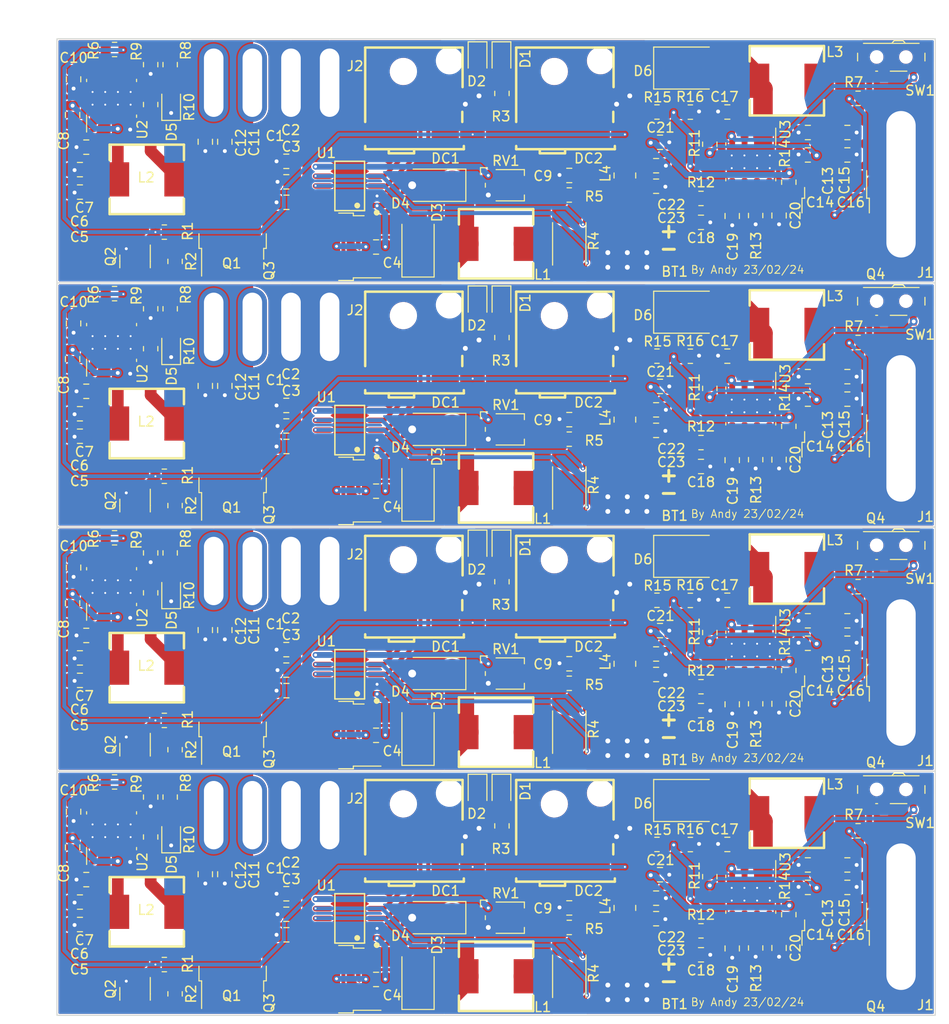
<source format=kicad_pcb>
(kicad_pcb (version 20211014) (generator pcbnew)
  (layers (0 "F.Cu" signal) (31 "B.Cu" signal) (34 "B.Paste" user) (35 "F.Paste" user) (36 "B.SilkS" user "B.Silkscreen") (37 "F.SilkS" user "F.Silkscreen") (38 "B.Mask" user) (39 "F.Mask" user) (44 "Edge.Cuts" user))
  (net 0 "")
  (net 1 "+12V")
  (net 2 "GND")
  (net 3 "+5V")
  (net 4 "/FB")
  (net 5 "Net-(DC1-Pad4)")
  (net 6 "Net-(D1-Pad1)")
  (net 7 "Net-(BT1-Pad1)")
  (net 8 "Net-(C1-Pad1)")
  (net 9 "Net-(C8-Pad1)")
  (net 10 "Net-(C10-Pad1)")
  (net 11 "Net-(C13-Pad1)")
  (net 12 "Net-(C21-Pad1)")
  (net 13 "Net-(C17-Pad1)")
  (net 14 "Net-(D1-Pad2)")
  (net 15 "Net-(D2-Pad1)")
  (net 16 "Net-(D3-Pad1)")
  (net 17 "Net-(D3-Pad2)")
  (net 18 "Net-(D5-Pad2)")
  (net 19 "Net-(D6-Pad2)")
  (net 20 "Net-(L1-Pad2)")
  (net 21 "Net-(Q1-Pad1)")
  (net 22 "/DRV")
  (net 23 "Net-(Q4-Pad1)")
  (net 24 "Net-(R5-Pad2)")
  (net 25 "Net-(R6-Pad2)")
  (net 26 "/EN")
  (net 27 "Net-(R13-Pad2)")
  (net 28 "Net-(R15-Pad1)")
  (net 31 "Net-(C4-Pad2)")
  (net 32 "Net-(C8-Pad2)")
  (net 33 "Net-(C18-Pad1)")
  (net 34 "Net-(C19-Pad1)")
  (net 35 "Net-(C20-Pad1)")
  (net 36 "Net-(R4-Pad2)")
  (net 37 "Net-(R4-Pad3)")
  (footprint "Resistor_SMD:R_0805_2012Metric" (layer "F.Cu") (at 106.23 125.75 180)
    (fp_text reference "R1")
    (fp_text value "10K")
  )
  (footprint "Diode_SMD:D_SMA" (layer "F.Cu") (at 133.73 70.95 180)
    (fp_text reference "D4")
    (fp_text value "D_Schottky")
  )
  (footprint "Resistor_SMD:R_0805_2012Metric" (layer "F.Cu") (at 104.83 108.6 90)
    (fp_text reference "R9")
    (fp_text value "10K")
  )
  (footprint "Capacitor_SMD:C_0805_2012Metric" (layer "F.Cu") (at 176.23 142.85)
    (fp_text reference "C16")
    (fp_text value "22u")
  )
  (footprint "Capacitor_SMD:C_0805_2012Metric" (layer "F.Cu") (at 97.58 121.65 180)
    (fp_text reference "C5")
    (fp_text value "10u")
  )
  (footprint "Diode_SMD:D_SMB" (layer "F.Cu") (at 159.93 58.95)
    (fp_text reference "D6")
    (fp_text value "D_Schottky")
  )
  (footprint "Diode_SMD:D_SMB" (layer "F.Cu") (at 159.93 108.95)
    (fp_text reference "D6")
    (fp_text value "D_Schottky")
  )
  (footprint "Capacitor_SMD:C_0805_2012Metric" (layer "F.Cu") (at 164.43 99.1 -90)
    (fp_text reference "C19")
    (fp_text value "10p")
  )
  (footprint "Diode_SMD:D_SMA" (layer "F.Cu") (at 133.73 120.95 180)
    (fp_text reference "D4")
    (fp_text value "D_Schottky")
  )
  (footprint "Package_TO_SOT_SMD:SOT-23" (layer "F.Cu") (at 103.23 78.75 -90)
    (fp_text reference "Q2")
    (fp_text value "2N7002")
  )
  (footprint "Capacitor_SMD:C_0805_2012Metric" (layer "F.Cu") (at 176.23 115.55)
    (fp_text reference "C15")
    (fp_text value "22u")
  )
  (footprint "Resistor_SMD:R_0805_2012Metric" (layer "F.Cu") (at 177.33 87.05)
    (fp_text reference "R7")
    (fp_text value "10K")
  )
  (footprint "LED_SMD:LED_0805_2012Metric" (layer "F.Cu") (at 138.33 82.95 -90)
    (fp_text reference "D2")
    (fp_text value "LED")
  )
  (footprint "Capacitor_SMD:C_0805_2012Metric" (layer "F.Cu") (at 156.63 121.05)
    (fp_text reference "C23")
    (fp_text value "22u")
  )
  (footprint "Capacitor_SMD:C_0805_2012Metric" (layer "F.Cu") (at 118.745 122.7 180)
    (fp_text reference "C3")
    (fp_text value "1u")
  )
  (footprint "Resistor_SMD:R_0805_2012Metric" (layer "F.Cu") (at 140.83 86.55 -90)
    (fp_text reference "R3")
    (fp_text value "1K")
  )
  (footprint "Resistor_SMD:R_0805_2012Metric" (layer "F.Cu") (at 170.23 70.6375 90)
    (fp_text reference "R14")
    (fp_text value "100")
  )
  (footprint "1component:Battery" (layer "F.Cu") (at 153.83 74.65 -90)
    (fp_text reference "BT1")
    (fp_text value "Battery")
  )
  (footprint "Capacitor_SMD:C_0805_2012Metric" (layer "F.Cu") (at 96.93 135.1 -90)
    (fp_text reference "C10")
    (fp_text value "0.1u")
  )
  (footprint "1component:SOIC-8-1EP_3.9x4.9mm_P1.27mm_EP2.95x4.9mm_Mask2.71x3.4mm_ThermalVias" (layer "F.Cu") (at 100.825 62.05 90)
    (fp_text reference "U2")
    (fp_text value "FP6188XR-G1")
  )
  (footprint "Capacitor_SMD:C_0805_2012Metric" (layer "F.Cu") (at 97.58 94.35 180)
    (fp_text reference "C6")
    (fp_text value "10u")
  )
  (footprint "Resistor_SMD:R_0805_2012Metric" (layer "F.Cu") (at 160.1375 113.46 180)
    (fp_text reference "R16")
    (fp_text value "22K")
  )
  (footprint "LED_SMD:LED_0805_2012Metric" (layer "F.Cu") (at 138.33 107.95 -90)
    (fp_text reference "D2")
    (fp_text value "LED")
  )
  (footprint "1component:SOIC-8-1EP_3.9x4.9mm_P1.27mm_EP2.95x4.9mm_Mask2.71x3.4mm_ThermalVias" (layer "F.Cu") (at 166.33 93.55 -90)
    (fp_text reference "U3")
    (fp_text value "FP6296XR-G1")
  )
  (footprint "LED_SMD:LED_0805_2012Metric" (layer "F.Cu") (at 140.78 107.95 -90)
    (fp_text reference "D1")
    (fp_text value "LED")
  )
  (footprint "Package_TO_SOT_SMD:SOT-23" (layer "F.Cu") (at 103.23 153.75 -90)
    (fp_text reference "Q2")
    (fp_text value "2N7002")
  )
  (footprint "Resistor_SMD:R_0805_2012Metric" (layer "F.Cu") (at 161.23 72.3)
    (fp_text reference "R12")
    (fp_text value "100k")
  )
  (footprint "Capacitor_SMD:C_0805_2012Metric" (layer "F.Cu") (at 172.18 140.55 180)
    (fp_text reference "C13")
    (fp_text value "22u")
  )
  (footprint "Capacitor_SMD:C_0805_2012Metric" (layer "F.Cu") (at 172.18 117.85 180)
    (fp_text reference "C14")
    (fp_text value "22u")
  )
  (footprint "Resistor_SMD:R_0805_2012Metric" (layer "F.Cu") (at 104.83 87.6875 -90)
    (fp_text reference "R10")
    (fp_text value "1K")
  )
  (footprint "Capacitor_SMD:C_0805_2012Metric" (layer "F.Cu") (at 169.23 124.05 -90)
    (fp_text reference "C20")
    (fp_text value "1u")
  )
  (footprint "Capacitor_SMD:C_0805_2012Metric" (layer "F.Cu") (at 157.03 91.55)
    (fp_text reference "C21")
    (fp_text value "22u")
  )
  (footprint "1component:Potentiometer_Bourns_TC33X_Vertical" (layer "F.Cu") (at 141.23 145.95)
    (fp_text reference "RV1")
    (fp_text value "50K")
  )
  (footprint "1component:Battery" (layer "F.Cu") (at 153.83 149.65 -90)
    (fp_text reference "BT1")
    (fp_text value "Battery")
  )
  (footprint "Resistor_SMD:R_0805_2012Metric" (layer "F.Cu") (at 104.83 58.6 90)
    (fp_text reference "R9")
    (fp_text value "10K")
  )
  (footprint "Capacitor_SMD:C_0805_2012Metric" (layer "F.Cu") (at 110.43 116.5 -90)
    (fp_text reference "C12")
    (fp_text value "22u")
  )
  (footprint "Capacitor_SMD:C_0805_2012Metric" (layer "F.Cu") (at 169.23 99.05 -90)
    (fp_text reference "C20")
    (fp_text value "1u")
  )
  (footprint "Resistor_SMD:R_0805_2012Metric" (layer "F.Cu") (at 106.83 58.6 90)
    (fp_text reference "R8")
    (fp_text value "46.5K")
  )
  (footprint "Capacitor_SMD:C_0805_2012Metric" (layer "F.Cu") (at 169.23 74.05 -90)
    (fp_text reference "C20")
    (fp_text value "1u")
  )
  (footprint "1component:IND-SMD_L7.5-W6.6" (layer "F.Cu") (at 140.23 126.95)
    (fp_text reference "L1")
    (fp_text value "15u")
  )
  (footprint "Package_TO_SOT_SMD:SOT-23" (layer "F.Cu") (at 103.23 128.75 -90)
    (fp_text reference "Q2")
    (fp_text value "2N7002")
  )
  (footprint "Capacitor_SMD:C_0805_2012Metric" (layer "F.Cu") (at 97.58 96.65 180)
    (fp_text reference "C5")
    (fp_text value "10u")
  )
  (footprint "Capacitor_SMD:C_0805_2012Metric" (layer "F.Cu") (at 118.73 120.6 180)
    (fp_text reference "C1")
    (fp_text value "10u")
  )
  (footprint "Capacitor_SMD:C_0805_2012Metric" (layer "F.Cu") (at 127.93 152.275)
    (fp_text reference "C4")
    (fp_text value "0.1u")
  )
  (footprint "Capacitor_SMD:C_0805_2012Metric" (layer "F.Cu") (at 97.58 146.65 180)
    (fp_text reference "C5")
    (fp_text value "10u")
  )
  (footprint "Resistor_SMD:R_0805_2012Metric" (layer "F.Cu") (at 107.33 78.75 -90)
    (fp_text reference "R2")
    (fp_text value "10K")
  )
  (footprint "1component:IND-SMD_L7.5-W6.6" (layer "F.Cu") (at 104.43 145.35)
    (fp_text reference "L2")
    (fp_text value "15u")
  )
  (footprint "Capacitor_SMD:C_0805_2012Metric" (layer "F.Cu") (at 164.43 124.1 -90)
    (fp_text reference "C19")
    (fp_text value "10p")
  )
  (footprint "1component:SOIC-8-1EP_3.9x4.9mm_P1.27mm_EP2.95x4.9mm_Mask2.71x3.4mm_ThermalVias" (layer "F.Cu") (at 166.33 118.55 -90)
    (fp_text reference "U3")
    (fp_text value "FP6296XR-G1")
  )
  (footprint "1component:VH3.96 4P SMT" (layer "F.Cu") (at 111.29 60.45)
    (fp_text reference "J2")
    (fp_text value "Conn_01x04")
  )
  (footprint "Inductor_SMD:L_1008_2520Metric" (layer "F.Cu") (at 153.43 94.95 -90)
    (fp_text reference "L4")
    (fp_text value "1u")
  )
  (footprint "1component:DC-IN-TH_KH-DC-044D-2.0STM" (layer "F.Cu") (at 147.28 88.95)
    (fp_text reference "DC2")
    (fp_text value "KH-DC-044D-2.0STM")
  )
  (footprint "Capacitor_SMD:C_0805_2012Metric" (layer "F.Cu") (at 96.83 113.75 90)
    (fp_text reference "C8")
    (fp_text value "10n")
  )
  (footprint "Capacitor_SMD:C_0805_2012Metric" (layer "F.Cu") (at 98.23 67.05 180)
    (fp_text reference "C7")
    (fp_text value "0.1u")
  )
  (footprint "Diode_SMD:D_SMA" (layer "F.Cu") (at 132.23 151.95 90)
    (fp_text reference "D3")
    (fp_text value "D_Schottky")
  )
  (footprint "Capacitor_SMD:C_0805_2012Metric" (layer "F.Cu") (at 96.83 138.75 90)
    (fp_text reference "C8")
    (fp_text value "10n")
  )
  (footprint "Resistor_SMD:R_0805_2012Metric" (layer "F.Cu") (at 106.23 100.75 180)
    (fp_text reference "R1")
    (fp_text value "10K")
  )
  (footprint "Resistor_SMD:R_0805_2012Metric" (layer "F.Cu") (at 106.23 150.75 180)
    (fp_text reference "R1")
    (fp_text value "10K")
  )
  (footprint "Capacitor_SMD:C_0805_2012Metric" (layer "F.Cu") (at 98.23 142.05 180)
    (fp_text reference "C7")
    (fp_text value "0.1u")
  )
  (footprint "Capacitor_SMD:C_0805_2012Metric" (layer "F.Cu") (at 156.63 96.05)
    (fp_text reference "C23")
    (fp_text value "22u")
  )
  (footprint "1component:DC-IN-TH_KH-DC-044D-2.0STM" (layer "F.Cu") (at 147.28 113.95)
    (fp_text reference "DC2")
    (fp_text value "KH-DC-044D-2.0STM")
  )
  (footprint "Diode_SMD:D_SMA" (layer "F.Cu") (at 132.23 126.95 90)
    (fp_text reference "D3")
    (fp_text value "D_Schottky")
  )
  (footprint "Resistor_SMD:R_0805_2012Metric" (layer "F.Cu") (at 161.23 97.3)
    (fp_text reference "R12")
    (fp_text value "100k")
  )
  (footprint "Resistor_SMD:R_0805_2012Metric" (layer "F.Cu") (at 140.83 136.55 -90)
    (fp_text reference "R3")
    (fp_text value "1K")
  )
  (footprint "Capacitor_SMD:C_0805_2012Metric" (layer "F.Cu") (at 96.83 88.75 90)
    (fp_text reference "C8")
    (fp_text value "10n")
  )
  (footprint "Resistor_SMD:R_0805_2012Metric" (layer "F.Cu") (at 104.83 133.6 90)
    (fp_text reference "R9")
    (fp_text value "10K")
  )
  (footprint "Capacitor_SMD:C_0805_2012Metric" (layer "F.Cu") (at 118.745 97.7 180)
    (fp_text reference "C3")
    (fp_text value "1u")
  )
  (footprint "Capacitor_SMD:C_0805_2012Metric" (layer "F.Cu") (at 110.43 141.5 -90)
    (fp_text reference "C12")
    (fp_text value "22u")
  )
  (footprint "Capacitor_SMD:C_0805_2012Metric" (layer "F.Cu") (at 161.23 124.75)
    (fp_text reference "C18")
    (fp_text value "10p")
  )
  (footprint "Capacitor_SMD:C_0805_2012Metric" (layer "F.Cu") (at 176.23 117.85)
    (fp_text reference "C16")
    (fp_text value "22u")
  )
  (footprint "Capacitor_SMD:C_0805_2012Metric" (layer "F.Cu") (at 161.23 99.75)
    (fp_text reference "C18")
    (fp_text value "10p")
  )
  (footprint "Capacitor_SMD:C_0805_2012Metric" (layer "F.Cu") (at 176.23 65.55)
    (fp_text reference "C15")
    (fp_text value "22u")
  )
  (footprint "Capacitor_SMD:C_0805_2012Metric" (layer "F.Cu") (at 172.18 142.85 180)
    (fp_text reference "C14")
    (fp_text value "22u")
  )
  (footprint "1component:SOIC-10_L4.9-W3.9-P1.00-LS6.0-BL" (layer "F.Cu") (at 125.23 71.025 90)
    (fp_text reference "U1")
    (fp_text value "CN3765")
  )
  (footprint "LED_SMD:LED_0805_2012Metric" (layer "F.Cu") (at 106.93 112.625 90)
    (fp_text reference "D5")
    (fp_text value "LED")
  )
  (footprint "1component:Potentiometer_Bourns_TC33X_Vertical" (layer "F.Cu") (at 141.23 120.95)
    (fp_text reference "RV1")
    (fp_text value "50K")
  )
  (footprint "Capacitor_SMD:C_0805_2012Metric" (layer "F.Cu") (at 147.73 119.95 180)
    (fp_text reference "C9")
    (fp_text value "10u")
  )
  (footprint "Capacitor_SMD:C_0805_2012Metric" (layer "F.Cu") (at 112.43 91.5 -90)
    (fp_text reference "C11")
    (fp_text value "22u")
  )
  (footprint "Resistor_SMD:R_0805_2012Metric" (layer "F.Cu") (at 162.13 66.75 -90)
    (fp_text reference "R11")
    (fp_text value "100k")
  )
  (footprint "Resistor_SMD:R_0805_2012Metric" (layer "F.Cu") (at 161.23 147.3)
    (fp_text reference "R12")
    (fp_text value "100k")
  )
  (footprint "1component:DC-IN-TH_KH-DC-044D-2.0STM" (layer "F.Cu") (at 131.805 63.95)
    (fp_text reference "DC1")
    (fp_text value "KH-DC-044D-2.0STM")
  )
  (footprint "Capacitor_SMD:C_0805_2012Metric" (layer "F.Cu") (at 112.43 66.5 -90)
    (fp_text reference "C11")
    (fp_text value "22u")
  )
  (footprint "Capacitor_SMD:C_0805_2012Metric" (layer "F.Cu") (at 96.93 60.1 -90)
    (fp_text reference "C10")
    (fp_text value "0.1u")
  )
  (footprint "Capacitor_SMD:C_0805_2012Metric" (layer "F.Cu") (at 157.03 141.55)
    (fp_text reference "C21")
    (fp_text value "22u")
  )
  (footprint "Resistor_SMD:R_0805_2012Metric" (layer "F.Cu") (at 101.13 82.05 180)
    (fp_text reference "R6")
    (fp_text value "100k")
  )
  (footprint "LED_SMD:LED_0805_2012Metric" (layer "F.Cu") (at 140.78 57.95 -90)
    (fp_text reference "D1")
    (fp_text value "LED")
  )
  (footprint "Capacitor_SMD:C_0805_2012Metric" (layer "F.Cu") (at 163.93 88.45 180)
    (fp_text reference "C17")
    (fp_text value "1u")
  )
  (footprint "Button_Switch_SMD:SW_SPDT_PCM12" (layer "F.Cu") (at 180.73 83.15 180)
    (fp_text reference "SW1")
    (fp_text value "SW_SPDT")
  )
  (footprint "Capacitor_SMD:C_0805_2012Metric" (layer "F.Cu") (at 157.03 116.55)
    (fp_text reference "C21")
    (fp_text value "22u")
  )
  (footprint "Capacitor_SMD:C_0805_2012Metric" (layer "F.Cu") (at 169.23 149.05 -90)
    (fp_text reference "C20")
    (fp_text value "1u")
  )
  (footprint "Capacitor_SMD:C_0805_2012Metric" (layer "F.Cu") (at 97.58 144.35 180)
    (fp_text reference "C6")
    (fp_text value "10u")
  )
  (footprint "Package_TO_SOT_SMD:TO-252-2" (layer "F.Cu") (at 113.23 99.95 90)
    (fp_text reference "Q1")
    (fp_text value "AOD417")
  )
  (footprint "1component:VH3.96 4P SMT" (layer "F.Cu") (at 111.29 85.45)
    (fp_text reference "J2")
    (fp_text value "Conn_01x04")
  )
  (footprint "Resistor_SMD:R_0805_2012Metric" (layer "F.Cu") (at 101.13 107.05 180)
    (fp_text reference "R6")
    (fp_text value "100k")
  )
  (footprint "1component:Potentiometer_Bourns_TC33X_Vertical" (layer "F.Cu") (at 141.23 95.95)
    (fp_text reference "RV1")
    (fp_text value "50K")
  )
  (footprint "1component:IND-SMD_L7.5-W6.6" (layer "F.Cu") (at 140.23 151.95)
    (fp_text reference "L1")
    (fp_text value "15u")
  )
  (footprint "LED_SMD:LED_0805_2012Metric" (layer "F.Cu") (at 140.78 82.95 -90)
    (fp_text reference "D1")
    (fp_text value "LED")
  )
  (footprint "Capacitor_SMD:C_0805_2012Metric" (layer "F.Cu") (at 147.73 94.95 180)
    (fp_text reference "C9")
    (fp_text value "10u")
  )
  (footprint "Capacitor_SMD:C_0805_2012Metric" (layer "F.Cu") (at 147.73 69.95 180)
    (fp_text reference "C9")
    (fp_text value "10u")
  )
  (footprint "Capacitor_SMD:C_0805_2012Metric" (layer "F.Cu") (at 156.63 71.05)
    (fp_text reference "C23")
    (fp_text value "22u")
  )
  (footprint "Capacitor_SMD:C_0805_2012Metric" (layer "F.Cu") (at 176.23 92.85)
    (fp_text reference "C16")
    (fp_text value "22u")
  )
  (footprint "Capacitor_SMD:C_0805_2012Metric" (layer "F.Cu") (at 172.18 115.55 180)
    (fp_text reference "C13")
    (fp_text value "22u")
  )
  (footprint "Diode_SMD:D_SMA" (layer "F.Cu") (at 133.73 145.95 180)
    (fp_text reference "D4")
    (fp_text value "D_Schottky")
  )
  (footprint "Resistor_SMD:R_0805_2012Metric" (layer "F.Cu") (at 170.23 145.6375 90)
    (fp_text reference "R14")
    (fp_text value "100")
  )
  (footprint "1component:SOIC-10_L4.9-W3.9-P1.00-LS6.0-BL" (layer "F.Cu") (at 125.23 121.025 90)
    (fp_text reference "U1")
    (fp_text value "CN3765")
  )
  (footprint "Resistor_SMD:R_0805_2012Metric" (layer "F.Cu") (at 162.13 91.75 -90)
    (fp_text reference "R11")
    (fp_text value "100k")
  )
  (footprint "1component:IND-SMD_L7.5-W6.6" (layer "F.Cu") (at 104.43 70.35)
    (fp_text reference "L2")
    (fp_text value "15u")
  )
  (footprint "Capacitor_SMD:C_0805_2012Metric" (layer "F.Cu") (at 147.73 144.95 180)
    (fp_text reference "C9")
    (fp_text value "10u")
  )
  (footprint "LED_SMD:LED_0805_2012Metric" (layer "F.Cu") (at 106.93 137.625 90)
    (fp_text reference "D5")
    (fp_text value "LED")
  )
  (footprint "Capacitor_SMD:C_0805_2012Metric" (layer "F.Cu") (at 118.73 143.5 180)
    (fp_text reference "C2")
    (fp_text value "10u")
  )
  (footprint "Capacitor_SMD:C_0805_2012Metric" (layer "F.Cu") (at 118.745 147.7 180)
    (fp_text reference "C3")
    (fp_text value "1u")
  )
  (footprint "Resistor_SMD:R_0805_2012Metric" (layer "F.Cu") (at 104.83 137.6875 -90)
    (fp_text reference "R10")
    (fp_text value "1K")
  )
  (footprint "Capacitor_SMD:C_0805_2012Metric" (layer "F.Cu") (at 118.73 118.5 180)
    (fp_text reference "C2")
    (fp_text value "10u")
  )
  (footprint "Capacitor_SMD:C_0805_2012Metric" (layer "F.Cu") (at 156.63 68.95)
    (fp_text reference "C22")
    (fp_text value "22u")
  )
  (footprint "Capacitor_SMD:C_0805_2012Metric" (layer "F.Cu") (at 161.23 74.75)
    (fp_text reference "C18")
    (fp_text value "10p")
  )
  (footprint "LED_SMD:LED_0805_2012Metric" (layer "F.Cu") (at 106.93 87.625 90)
    (fp_text reference "D5")
    (fp_text value "LED")
  )
  (footprint "1component:IND-SMD_L7.5-W6.6" (layer "F.Cu") (at 170.03 135.25 180)
    (fp_text reference "L3")
    (fp_text value "2.2u")
  )
  (footprint "LED_SMD:LED_0805_2012Metric" (layer "F.Cu") (at 106.93 62.625 90)
    (fp_text reference "D5")
    (fp_text value "LED")
  )
  (footprint "Resistor_SMD:R_0805_2012Metric" (layer "F.Cu") (at 156.7175 63.45 180)
    (fp_text reference "R15")
    (fp_text value "200k")
  )
  (footprint "Capacitor_SMD:C_0805_2012Metric" (layer "F.Cu") (at 97.58 69.35 180)
    (fp_text reference "C6")
    (fp_text value "10u")
  )
  (footprint "Capacitor_SMD:C_0805_2012Metric" (layer "F.Cu") (at 118.73 95.6 180)
    (fp_text reference "C1")
    (fp_text value "10u")
  )
  (footprint "Package_TO_SOT_SMD:TO-252-2" (layer "F.Cu") (at 123.13 102.25 180)
    (fp_text reference "Q3")
    (fp_text value "AOD417")
  )
  (footprint "1component:Battery" (layer "F.Cu") (at 153.83 124.65 -90)
    (fp_text reference "BT1")
    (fp_text value "Battery")
  )
  (footprint "1component:DC-IN-TH_KH-DC-044D-2.0STM" (layer "F.Cu") (at 131.805 88.95)
    (fp_text reference "DC1")
    (fp_text value "KH-DC-044D-2.0STM")
  )
  (footprint "Capacitor_SMD:C_0805_2012Metric" (layer "F.Cu") (at 97.58 71.65 180)
    (fp_text reference "C5")
    (fp_text value "10u")
  )
  (footprint "Capacitor_SMD:C_0805_2012Metric" (layer "F.Cu") (at 110.43 66.5 -90)
    (fp_text reference "C12")
    (fp_text value "22u")
  )
  (footprint "Resistor_SMD:R_0805_2012Metric" (layer "F.Cu") (at 156.7175 88.45 180)
    (fp_text reference "R15")
    (fp_text value "200k")
  )
  (footprint "1component:IND-SMD_L7.5-W6.6" (layer "F.Cu") (at 170.03 110.25 180)
    (fp_text reference "L3")
    (fp_text value "2.2u")
  )
  (footprint "1component:Potentiometer_Bourns_TC33X_Vertical" (layer "F.Cu") (at 141.23 70.95)
    (fp_text reference "RV1")
    (fp_text value "50K")
  )
  (footprint "Button_Switch_SMD:SW_SPDT_PCM12" (layer "F.Cu") (at 180.73 58.15 180)
    (fp_text reference "SW1")
    (fp_text value "SW_SPDT")
  )
  (footprint "1component:IND-SMD_L7.5-W6.6" (layer "F.Cu") (at 170.03 85.25 180)
    (fp_text reference "L3")
    (fp_text value "2.2u")
  )
  (footprint "Capacitor_SMD:C_0805_2012Metric" (layer "F.Cu") (at 96.93 85.1 -90)
    (fp_text reference "C10")
    (fp_text value "0.1u")
  )
  (footprint "Resistor_SMD:R_0805_2012Metric" (layer "F.Cu") (at 107.33 103.75 -90)
    (fp_text reference "R2")
    (fp_text value "10K")
  )
  (footprint "1component:VH3.96 4P SMT" (layer "F.Cu") (at 111.29 135.45)
    (fp_text reference "J2")
    (fp_text value "Conn_01x04")
  )
  (footprint "Resistor_SMD:R_0805_2012Metric" (layer "F.Cu") (at 104.83 112.6875 -90)
    (fp_text reference "R10")
    (fp_text value "1K")
  )
  (footprint "Capacitor_SMD:C_0805_2012Metric" (layer "F.Cu") (at 176.23 67.85)
    (fp_text reference "C16")
    (fp_text value "22u")
  )
  (footprint "1component:SOIC-10_L4.9-W3.9-P1.00-LS6.0-BL" (layer "F.Cu") (at 125.23 146.025 90)
    (fp_text reference "U1")
    (fp_text value "CN3765")
  )
  (footprint "Resistor_SMD:R_0805_2012Metric" (layer "F.Cu") (at 156.7175 113.45 180)
    (fp_text reference "R15")
    (fp_text value "200k")
  )
  (footprint "Resistor_SMD:R_0805_2012Metric" (layer "F.Cu") (at 170.23 95.6375 90)
    (fp_text reference "R14")
    (fp_text value "100")
  )
  (footprint "Capacitor_SMD:C_0805_2012Metric" (layer "F.Cu") (at 127.93 127.275)
    (fp_text reference "C4")
    (fp_text value "0.1u")
  )
  (footprint "Diode_SMD:D_SMB" (layer "F.Cu") (at 159.93 133.95)
    (fp_text reference "D6")
    (fp_text value "D_Schottky")
  )
  (footprint "1component:GndConnect" (layer "F.Cu") (at 181.73 95.85)
    (fp_text reference "J1")
    (fp_text value "Conn_01x01")
  )
  (footprint "LED_SMD:LED_0805_2012Metric" (layer "F.Cu") (at 138.33 132.95 -90)
    (fp_text reference "D2")
    (fp_text value "LED")
  )
  (footprint "Capacitor_SMD:C_0805_2012Metric" (layer "F.Cu") (at 118.745 72.7 180)
    (fp_text reference "C3")
    (fp_text value "1u")
  )
  (footprint "Capacitor_SMD:C_0805_2012Metric" (layer "F.Cu") (at 163.93 113.45 180)
    (fp_text reference "C17")
    (fp_text value "1u")
  )
  (footprint "Package_TO_SOT_SMD:SOT-23" (layer "F.Cu") (at 103.23 103.75 -90)
    (fp_text reference "Q2")
    (fp_text value "2N7002")
  )
  (footprint "1component:GndConnect" (layer "F.Cu") (at 181.73 120.85)
    (fp_text reference "J1")
    (fp_text value "Conn_01x01")
  )
  (footprint "Capacitor_SMD:C_0805_2012Metric" (layer "F.Cu") (at 96.93 110.1 -90)
    (fp_text reference "C10")
    (fp_text value "0.1u")
  )
  (footprint "Capacitor_SMD:C_0805_2012Metric" (layer "F.Cu") (at 118.73 93.5 180)
    (fp_text reference "C2")
    (fp_text value "10u")
  )
  (footprint "Capacitor_SMD:C_0805_2012Metric" (layer "F.Cu") (at 172.18 67.85 180)
    (fp_text reference "C14")
    (fp_text value "22u")
  )
  (footprint "1component:R_2512_6332Metric" (layer "F.Cu") (at 147.73 126.95 90)
    (fp_text reference "R4")
    (fp_text value "R_Shunt")
  )
  (footprint "Resistor_SMD:R_0805_2012Metric" (layer "F.Cu") (at 140.83 61.55 -90)
    (fp_text reference "R3")
    (fp_text value "1K")
  )
  (footprint "1component:VH3.96 4P SMT" (layer "F.Cu") (at 111.29 110.45)
    (fp_text reference "J2")
    (fp_text value "Conn_01x04")
  )
  (footprint "Resistor_SMD:R_0805_2012Metric" (layer "F.Cu") (at 106.83 83.6 90)
    (fp_text reference "R8")
    (fp_text value "46.5K")
  )
  (footprint "Resistor_SMD:R_0805_2012Metric" (layer "F.Cu") (at 166.83 74.05 90)
    (fp_text reference "R13")
    (fp_text value "51k")
  )
  (footprint "Capacitor_SMD:C_0805_2012Metric" (layer "F.Cu") (at 172.18 90.55 180)
    (fp_text reference "C13")
    (fp_text value "22u")
  )
  (footprint "Capacitor_SMD:C_0805_2012Metric" (layer "F.Cu") (at 172.18 65.55 180)
    (fp_text reference "C13")
    (fp_text value "22u")
  )
  (footprint "Capacitor_SMD:C_0805_2012Metric" (layer "F.Cu") (at 98.23 92.05 180)
    (fp_text reference "C7")
    (fp_text value "0.1u")
  )
  (footprint "Package_TO_SOT_SMD:TO-252-2" (layer "F.Cu") (at 175.03 149.75 -90)
    (fp_text reference "Q4")
    (fp_text value "HSU60P02")
  )
  (footprint "Package_TO_SOT_SMD:TO-252-2" (layer "F.Cu") (at 175.03 124.75 -90)
    (fp_text reference "Q4")
    (fp_text value "HSU60P02")
  )
  (footprint "Button_Switch_SMD:SW_SPDT_PCM12" (layer "F.Cu") (at 180.73 108.15 180)
    (fp_text reference "SW1")
    (fp_text value "SW_SPDT")
  )
  (footprint "Resistor_SMD:R_0805_2012Metric" (layer "F.Cu") (at 147.73 96.95 180)
    (fp_text reference "R5")
    (fp_text value "100K")
  )
  (footprint "Package_TO_SOT_SMD:TO-252-2" (layer "F.Cu") (at 123.13 77.25 180)
    (fp_text reference "Q3")
    (fp_text value "AOD417")
  )
  (footprint "Resistor_SMD:R_0805_2012Metric" (layer "F.Cu") (at 166.83 149.05 90)
    (fp_text reference "R13")
    (fp_text value "51k")
  )
  (footprint "1component:R_2512_6332Metric" (layer "F.Cu") (at 147.73 151.95 90)
    (fp_text reference "R4")
    (fp_text value "R_Shunt")
  )
  (footprint "Diode_SMD:D_SMA" (layer "F.Cu") (at 132.23 76.95 90)
    (fp_text reference "D3")
    (fp_text value "D_Schottky")
  )
  (footprint "Capacitor_SMD:C_0805_2012Metric" (layer "F.Cu") (at 157.03 66.55)
    (fp_text reference "C21")
    (fp_text value "22u")
  )
  (footprint "1component:R_2512_6332Metric" (layer "F.Cu") (at 147.73 76.95 90)
    (fp_text reference "R4")
    (fp_text value "R_Shunt")
  )
  (footprint "1component:IND-SMD_L7.5-W6.6" (layer "F.Cu") (at 104.43 120.35)
    (fp_text reference "L2")
    (fp_text value "15u")
  )
  (footprint "Capacitor_SMD:C_0805_2012Metric" (layer "F.Cu") (at 112.43 116.5 -90)
    (fp_text reference "C11")
    (fp_text value "22u")
  )
  (footprint "Resistor_SMD:R_0805_2012Metric" (layer "F.Cu") (at 156.7175 138.45 180)
    (fp_text reference "R15")
    (fp_text value "200k")
  )
  (footprint "Package_TO_SOT_SMD:TO-252-2" (layer "F.Cu") (at 123.13 127.25 180)
    (fp_text reference "Q3")
    (fp_text value "AOD417")
  )
  (footprint "1component:Battery" (layer "F.Cu") (at 153.83 99.65 -90)
    (fp_text reference "BT1")
    (fp_text value "Battery")
  )
  (footprint "Package_TO_SOT_SMD:TO-252-2" (layer "F.Cu") (at 175.03 74.75 -90)
    (fp_text reference "Q4")
    (fp_text value "HSU60P02")
  )
  (footprint "Diode_SMD:D_SMB" (layer "F.Cu") (at 159.93 83.95)
    (fp_text reference "D6")
    (fp_text value "D_Schottky")
  )
  (footprint "Resistor_SMD:R_0805_2012Metric" (layer "F.Cu") (at 101.13 132.05 180)
    (fp_text reference "R6")
    (fp_text value "100k")
  )
  (footprint "Package_TO_SOT_SMD:TO-252-2" (layer "F.Cu") (at 175.03 99.75 -90)
    (fp_text reference "Q4")
    (fp_text value "HSU60P02")
  )
  (footprint "Resistor_SMD:R_0805_2012Metric" (layer "F.Cu") (at 160.1375 88.46 180)
    (fp_text reference "R16")
    (fp_text value "22K")
  )
  (footprint "Inductor_SMD:L_1008_2520Metric" (layer "F.Cu") (at 153.43 144.95 -90)
    (fp_text reference "L4")
    (fp_text value "1u")
  )
  (footprint "Resistor_SMD:R_0805_2012Metric" (layer "F.Cu") (at 147.73 146.95 180)
    (fp_text reference "R5")
    (fp_text value "100K")
  )
  (footprint "Capacitor_SMD:C_0805_2012Metric" (layer "F.Cu") (at 118.73 70.6 180)
    (fp_text reference "C1")
    (fp_text value "10u")
  )
  (footprint "Resistor_SMD:R_0805_2012Metric" (layer "F.Cu") (at 106.83 108.6 90)
    (fp_text reference "R8")
    (fp_text value "46.5K")
  )
  (footprint "Package_TO_SOT_SMD:TO-252-2" (layer "F.Cu") (at 113.23 149.95 90)
    (fp_text reference "Q1")
    (fp_text value "AOD417")
  )
  (footprint "1component:GndConnect" (layer "F.Cu") (at 181.73 70.85)
    (fp_text reference "J1")
    (fp_text value "Conn_01x01")
  )
  (footprint "Resistor_SMD:R_0805_2012Metric" (layer "F.Cu") (at 170.23 120.6375 90)
    (fp_text reference "R14")
    (fp_text value "100")
  )
  (footprint "Resistor_SMD:R_0805_2012Metric" (layer "F.Cu") (at 107.33 128.75 -90)
    (fp_text reference "R2")
    (fp_text value "10K")
  )
  (footprint "1component:GndConnect" (layer "F.Cu") (at 181.73 145.85)
    (fp_text reference "J1")
    (fp_text value "Conn_01x01")
  )
  (footprint "Capacitor_SMD:C_0805_2012Metric" (layer "F.Cu") (at 163.93 63.45 180)
    (fp_text reference "C17")
    (fp_text value "1u")
  )
  (footprint "1component:IND-SMD_L7.5-W6.6" (layer "F.Cu") (at 170.03 60.25 180)
    (fp_text reference "L3")
    (fp_text value "2.2u")
  )
  (footprint "Capacitor_SMD:C_0805_2012Metric" (layer "F.Cu") (at 156.63 118.95)
    (fp_text reference "C22")
    (fp_text value "22u")
  )
  (footprint "1component:R_2512_6332Metric" (layer "F.Cu") (at 147.73 101.95 90)
    (fp_text reference "R4")
    (fp_text value "R_Shunt")
  )
  (footprint "Capacitor_SMD:C_0805_2012Metric" (layer "F.Cu") (at 161.23 149.75)
    (fp_text reference "C18")
    (fp_text value "10p")
  )
  (footprint "Resistor_SMD:R_0805_2012Metric" (layer "F.Cu") (at 160.1375 63.46 180)
    (fp_text reference "R16")
    (fp_text value "22K")
  )
  (footprint "Capacitor_SMD:C_0805_2012Metric" (layer "F.Cu") (at 164.43 149.1 -90)
    (fp_text reference "C19")
    (fp_text value "10p")
  )
  (footprint "Capacitor_SMD:C_0805_2012Metric" (layer "F.Cu") (at 110.43 91.5 -90)
    (fp_text reference "C12")
    (fp_text value "22u")
  )
  (footprint "1component:SOIC-8-1EP_3.9x4.9mm_P1.27mm_EP2.95x4.9mm_Mask2.71x3.4mm_ThermalVias" (layer "F.Cu") (at 100.825 137.05 90)
    (fp_text reference "U2")
    (fp_text value "FP6188XR-G1")
  )
  (footprint "1component:DC-IN-TH_KH-DC-044D-2.0STM" (layer "F.Cu") (at 131.805 138.95)
    (fp_text reference "DC1")
    (fp_text value "KH-DC-044D-2.0STM")
  )
  (footprint "Resistor_SMD:R_0805_2012Metric" (layer "F.Cu") (at 166.83 124.05 90)
    (fp_text reference "R13")
    (fp_text value "51k")
  )
  (footprint "1component:IND-SMD_L7.5-W6.6" (layer "F.Cu") (at 104.43 95.35)
    (fp_text reference "L2")
    (fp_text value "15u")
  )
  (footprint "Capacitor_SMD:C_0805_2012Metric" (layer "F.Cu") (at 127.93 102.275)
    (fp_text reference "C4")
    (fp_text value "0.1u")
  )
  (footprint "Resistor_SMD:R_0805_2012Metric" (layer "F.Cu") (at 177.33 62.05)
    (fp_text reference "R7")
    (fp_text value "10K")
  )
  (footprint "Button_Switch_SMD:SW_SPDT_PCM12" (layer "F.Cu") (at 180.73 133.15 180)
    (fp_text reference "SW1")
    (fp_text value "SW_SPDT")
  )
  (footprint "Package_TO_SOT_SMD:TO-252-2" (layer "F.Cu") (at 113.23 124.95 90)
    (fp_text reference "Q1")
    (fp_text value "AOD417")
  )
  (footprint "Capacitor_SMD:C_0805_2012Metric" (layer "F.Cu") (at 156.63 93.95)
    (fp_text reference "C22")
    (fp_text value "22u")
  )
  (footprint "Capacitor_SMD:C_0805_2012Metric" (layer "F.Cu") (at 172.18 92.85 180)
    (fp_text reference "C14")
    (fp_text value "22u")
  )
  (footprint "Capacitor_SMD:C_0805_2012Metric" (layer "F.Cu") (at 156.63 143.95)
    (fp_text reference "C22")
    (fp_text value "22u")
  )
  (footprint "Resistor_SMD:R_0805_2012Metric" (layer "F.Cu") (at 147.73 71.95 180)
    (fp_text reference "R5")
    (fp_text value "100K")
  )
  (footprint "Resistor_SMD:R_0805_2012Metric" (layer "F.Cu") (at 104.83 83.6 90)
    (fp_text reference "R9")
    (fp_text value "10K")
  )
  (footprint "Capacitor_SMD:C_0805_2012Metric" (layer "F.Cu") (at 97.58 119.35 180)
    (fp_text reference "C6")
    (fp_text value "10u")
  )
  (footprint "Resistor_SMD:R_0805_2012Metric" (layer "F.Cu") (at 160.1375 138.46 180)
    (fp_text reference "R16")
    (fp_text value "22K")
  )
  (footprint "Capacitor_SMD:C_0805_2012Metric" (layer "F.Cu") (at 164.43 74.1 -90)
    (fp_text reference "C19")
    (fp_text value "10p")
  )
  (footprint "1component:IND-SMD_L7.5-W6.6" (layer "F.Cu") (at 140.23 101.95)
    (fp_text reference "L1")
    (fp_text value "15u")
  )
  (footprint "Resistor_SMD:R_0805_2012Metric" (layer "F.Cu") (at 162.13 116.75 -90)
    (fp_text reference "R11")
    (fp_text value "100k")
  )
  (footprint "LED_SMD:LED_0805_2012Metric" (layer "F.Cu") (at 138.33 57.95 -90)
    (fp_text reference "D2")
    (fp_text value "LED")
  )
  (footprint "Inductor_SMD:L_1008_2520Metric" (layer "F.Cu") (at 153.43 119.95 -90)
    (fp_text reference "L4")
    (fp_text value "1u")
  )
  (footprint "1component:IND-SMD_L7.5-W6.6" (layer "F.Cu") (at 140.23 76.95)
    (fp_text reference "L1")
    (fp_text value "15u")
  )
  (footprint "Diode_SMD:D_SMA" (layer "F.Cu") (at 133.73 95.95 180)
    (fp_text reference "D4")
    (fp_text value "D_Schottky")
  )
  (footprint "Resistor_SMD:R_0805_2012Metric" (layer "F.Cu") (at 101.13 57.05 180)
    (fp_text reference "R6")
    (fp_text value "100k")
  )
  (footprint "Resistor_SMD:R_0805_2012Metric" (layer "F.Cu") (at 162.13 141.75 -90)
    (fp_text reference "R11")
    (fp_text value "100k")
  )
  (footprint "Resistor_SMD:R_0805_2012Metric" (layer "F.Cu") (at 106.83 133.6 90)
    (fp_text reference "R8")
    (fp_text value "46.5K")
  )
  (footprint "Capacitor_SMD:C_0805_2012Metric" (layer "F.Cu") (at 156.63 146.05)
    (fp_text reference "C23")
    (fp_text value "22u")
  )
  (footprint "1component:DC-IN-TH_KH-DC-044D-2.0STM" (layer "F.Cu") (at 147.28 138.95)
    (fp_text reference "DC2")
    (fp_text value "KH-DC-044D-2.0STM")
  )
  (footprint "Capacitor_SMD:C_0805_2012Metric" (layer "F.Cu") (at 118.73 145.6 180)
    (fp_text reference "C1")
    (fp_text value "10u")
  )
  (footprint "Capacitor_SMD:C_0805_2012Metric" (layer "F.Cu") (at 118.73 68.5 180)
    (fp_text reference "C2")
    (fp_text value "10u")
  )
  (footprint "1component:SOIC-10_L4.9-W3.9-P1.00-LS6.0-BL" (layer "F.Cu") (at 125.23 96.025 90)
    (fp_text reference "U1")
    (fp_text value "CN3765")
  )
  (footprint "1component:SOIC-8-1EP_3.9x4.9mm_P1.27mm_EP2.95x4.9mm_Mask2.71x3.4mm_ThermalVias" (layer "F.Cu") (at 100.825 112.05 90)
    (fp_text reference "U2")
    (fp_text value "FP6188XR-G1")
  )
  (footprint "Package_TO_SOT_SMD:TO-252-2" (layer "F.Cu") (at 113.23 74.95 90)
    (fp_text reference "Q1")
    (fp_text value "AOD417")
  )
  (footprint "Package_TO_SOT_SMD:TO-252-2" (layer "F.Cu") (at 123.13 152.25 180)
    (fp_text reference "Q3")
    (fp_text value "AOD417")
  )
  (footprint "Capacitor_SMD:C_0805_2012Metric" (layer "F.Cu") (at 127.93 77.275)
    (fp_text reference "C4")
    (fp_text value "0.1u")
  )
  (footprint "Resistor_SMD:R_0805_2012Metric" (layer "F.Cu") (at 106.23 75.75 180)
    (fp_text reference "R1")
    (fp_text value "10K")
  )
  (footprint "Resistor_SMD:R_0805_2012Metric" (layer "F.Cu") (at 147.73 121.95 180)
    (fp_text reference "R5")
    (fp_text value "100K")
  )
  (footprint "1component:DC-IN-TH_KH-DC-044D-2.0STM" (layer "F.Cu") (at 147.28 63.95)
    (fp_text reference "DC2")
    (fp_text value "KH-DC-044D-2.0STM")
  )
  (footprint "Capacitor_SMD:C_0805_2012Metric" (layer "F.Cu") (at 163.93 138.45 180)
    (fp_text reference "C17")
    (fp_text value "1u")
  )
  (footprint "Resistor_SMD:R_0805_2012Metric" (layer "F.Cu") (at 161.23 122.3)
    (fp_text reference "R12")
    (fp_text value "100k")
  )
  (footprint "LED_SMD:LED_0805_2012Metric" (layer "F.Cu") (at 140.78 132.95 -90)
    (fp_text reference "D1")
    (fp_text value "LED")
  )
  (footprint "Resistor_SMD:R_0805_2012Metric" (layer "F.Cu") (at 140.83 111.55 -90)
    (fp_text reference "R3")
    (fp_text value "1K")
  )
  (footprint "Resistor_SMD:R_0805_2012Metric" (layer "F.Cu") (at 177.33 112.05)
    (fp_text reference "R7")
    (fp_text value "10K")
  )
  (footprint "Resistor_SMD:R_0805_2012Metric" (layer "F.Cu") (at 107.33 153.75 -90)
    (fp_text reference "R2")
    (fp_text value "10K")
  )
  (footprint "1component:DC-IN-TH_KH-DC-044D-2.0STM" (layer "F.Cu") (at 131.805 113.95)
    (fp_text reference "DC1")
    (fp_text value "KH-DC-044D-2.0STM")
  )
  (footprint "Resistor_SMD:R_0805_2012Metric" (layer "F.Cu") (at 104.83 62.6875 -90)
    (fp_text reference "R10")
    (fp_text value "1K")
  )
  (footprint "Capacitor_SMD:C_0805_2012Metric" (layer "F.Cu") (at 112.43 141.5 -90)
    (fp_text reference "C11")
    (fp_text value "22u")
  )
  (footprint "Capacitor_SMD:C_0805_2012Metric" (layer "F.Cu") (at 176.23 90.55)
    (fp_text reference "C15")
    (fp_text value "22u")
  )
  (footprint "1component:SOIC-8-1EP_3.9x4.9mm_P1.27mm_EP2.95x4.9mm_Mask2.71x3.4mm_ThermalVias" (layer "F.Cu") (at 166.33 68.55 -90)
    (fp_text reference "U3")
    (fp_text value "FP6296XR-G1")
  )
  (footprint "Resistor_SMD:R_0805_2012Metric" (layer "F.Cu") (at 166.83 99.05 90)
    (fp_text reference "R13")
    (fp_text value "51k")
  )
  (footprint "Resistor_SMD:R_0805_2012Metric" (layer "F.Cu") (at 177.33 137.05)
    (fp_text reference "R7")
    (fp_text value "10K")
  )
  (footprint "Capacitor_SMD:C_0805_2012Metric" (layer "F.Cu") (at 98.23 117.05 180)
    (fp_text reference "C7")
    (fp_text value "0.1u")
  )
  (footprint "1component:SOIC-8-1EP_3.9x4.9mm_P1.27mm_EP2.95x4.9mm_Mask2.71x3.4mm_ThermalVias" (layer "F.Cu") (at 100.825 87.05 90)
    (fp_text reference "U2")
    (fp_text value "FP6188XR-G1")
  )
  (footprint "Diode_SMD:D_SMA" (layer "F.Cu") (at 132.23 101.95 90)
    (fp_text reference "D3")
    (fp_text value "D_Schottky")
  )
  (footprint "Capacitor_SMD:C_0805_2012Metric" (layer "F.Cu") (at 176.23 140.55)
    (fp_text reference "C15")
    (fp_text value "22u")
  )
  (footprint "Capacitor_SMD:C_0805_2012Metric" (layer "F.Cu") (at 96.83 63.75 90)
    (fp_text reference "C8")
    (fp_text value "10n")
  )
  (footprint "Inductor_SMD:L_1008_2520Metric" (layer "F.Cu") (at 153.43 69.95 -90)
    (fp_text reference "L4")
    (fp_text value "1u")
  )
  (footprint "1component:SOIC-8-1EP_3.9x4.9mm_P1.27mm_EP2.95x4.9mm_Mask2.71x3.4mm_ThermalVias" (layer "F.Cu") (at 166.33 143.55 -90)
    (fp_text reference "U3")
    (fp_text value "FP6296XR-G1")
  )
  (gr_line (start 185.23 55.95) (end 95.23 55.95) (layer "Edge.Cuts") (width 0.1))
  (gr_line (start 95.23 80.95) (end 185.23 80.95) (layer "Edge.Cuts") (width 0.1))
  (gr_line (start 185.23 105.95) (end 185.23 80.95) (layer "Edge.Cuts") (width 0.1))
  (gr_line (start 95.23 105.95) (end 95.23 130.95) (layer "Edge.Cuts") (width 0.1))
  (gr_line (start 95.23 130.95) (end 95.23 155.95) (layer "Edge.Cuts") (width 0.1))
  (gr_line (start 185.23 105.95) (end 95.23 105.95) (layer "Edge.Cuts") (width 0.1))
  (gr_line (start 185.23 80.95) (end 95.23 80.95) (layer "Edge.Cuts") (width 0.1))
  (gr_line (start 95.23 130.95) (end 185.23 130.95) (layer "Edge.Cuts") (width 0.1))
  (gr_line (start 185.23 80.95) (end 185.23 55.95) (layer "Edge.Cuts") (width 0.1))
  (gr_line (start 95.23 105.95) (end 185.23 105.95) (layer "Edge.Cuts") (width 0.1))
  (gr_line (start 95.23 80.95) (end 95.23 105.95) (layer "Edge.Cuts") (width 0.1))
  (gr_line (start 95.23 55.95) (end 95.23 80.95) (layer "Edge.Cuts") (width 0.1))
  (gr_line (start 185.23 130.95) (end 95.23 130.95) (layer "Edge.Cuts") (width 0.1))
  (gr_line (start 185.23 155.95) (end 185.23 130.95) (layer "Edge.Cuts") (width 0.1))
  (gr_line (start 95.23 155.95) (end 185.23 155.95) (layer "Edge.Cuts") (width 0.1))
  (gr_line (start 185.23 130.95) (end 185.23 105.95) (layer "Edge.Cuts") (width 0.1))
  (gr_text "+" (at 157.93 100.6) (layer "F.SilkS") (effects (font (size 1.5 1.5) (thickness 0.3))))
  (gr_text "-" (at 157.93 102.4) (layer "F.SilkS") (effects (font (size 1.5 1.5) (thickness 0.3))))
  (gr_text "+" (at 157.93 75.6) (layer "F.SilkS") (effects (font (size 1.5 1.5) (thickness 0.3))))
  (gr_text "By Andy 23/02/24" (at 166 79.6) (layer "F.SilkS") (effects (font (size 0.8 0.8) (thickness 0.1))))
  (gr_text "-" (at 157.93 77.4) (layer "F.SilkS") (effects (font (size 1.5 1.5) (thickness 0.3))))
  (gr_text "By Andy 23/02/24" (at 166 154.6) (layer "F.SilkS") (effects (font (size 0.8 0.8) (thickness 0.1))))
  (gr_text "+" (at 157.93 125.6) (layer "F.SilkS") (effects (font (size 1.5 1.5) (thickness 0.3))))
  (gr_text "-" (at 157.93 127.4) (layer "F.SilkS") (effects (font (size 1.5 1.5) (thickness 0.3))))
  (gr_text "+" (at 157.93 150.6) (layer "F.SilkS") (effects (font (size 1.5 1.5) (thickness 0.3))))
  (gr_text "By Andy 23/02/24" (at 166 129.6) (layer "F.SilkS") (effects (font (size 0.8 0.8) (thickness 0.1))))
  (gr_text "-" (at 157.93 152.4) (layer "F.SilkS") (effects (font (size 1.5 1.5) (thickness 0.3))))
  (gr_text "By Andy 23/02/24" (at 166 104.6) (layer "F.SilkS") (effects (font (size 0.8 0.8) (thickness 0.1))))
  (via (at 106.93 88.55) (size 0.8) (drill 0.4) (layers "F.Cu" "B.Cu") (net 2))
  (via (at 153.68 77.85) (size 1) (drill 0.5) (layers "F.Cu" "B.Cu") (net 2))
  (via (at 112.43 117.45) (size 0.8) (drill 0.4) (layers "F.Cu" "B.Cu") (net 2))
  (via (at 164.43 75.05) (size 0.8) (drill 0.4) (layers "F.Cu" "B.Cu") (net 2))
  (via (at 138.48 111.8) (size 1) (drill 0.5) (layers "F.Cu" "B.Cu") (net 2))
  (via (at 155.68 154.35) (size 1) (drill 0.5) (layers "F.Cu" "B.Cu") (net 2))
  (via (at 153.68 104.35) (size 1) (drill 0.5) (layers "F.Cu" "B.Cu") (net 2))
  (via (at 137.08 87.65) (size 1) (drill 0.5) (layers "F.Cu" "B.Cu") (net 2))
  (via (at 164.43 150.05) (size 0.8) (drill 0.4) (layers "F.Cu" "B.Cu") (net 2))
  (via (at 162.98 88.4) (size 0.8) (drill 0.4) (layers "F.Cu" "B.Cu") (net 2))
  (via (at 164.43 125.05) (size 0.8) (drill 0.4) (layers "F.Cu" "B.Cu") (net 2))
  (via (at 96.93 111.05) (size 0.8) (drill 0.4) (layers "F.Cu" "B.Cu") (net 2))
  (via (at 153.68 152.85) (size 1) (drill 0.5) (layers "F.Cu" "B.Cu") (net 2))
  (via (at 137.08 112.65) (size 1) (drill 0.5) (layers "F.Cu" "B.Cu") (net 2))
  (via (at 117.83 120.6) (size 0.8) (drill 0.4) (layers "F.Cu" "B.Cu") (net 2))
  (via (at 117.73 147.7) (size 0.8) (drill 0.4) (layers "F.Cu" "B.Cu") (net 2))
  (via (at 152.58 137.65) (size 1) (drill 0.5) (layers "F.Cu" "B.Cu") (net 2))
  (via (at 162.98 113.4) (size 0.8) (drill 0.4) (layers "F.Cu" "B.Cu") (net 2))
  (via (at 177.18 117.8) (size 0.8) (drill 0.4) (layers "F.Cu" "B.Cu") (net 2))
  (via (at 110.43 67.45) (size 0.8) (drill 0.4) (layers "F.Cu" "B.Cu") (net 2))
  (via (at 166.83 149.95) (size 0.8) (drill 0.4) (layers "F.Cu" "B.Cu") (net 2))
  (via (at 117.73 72.7) (size 0.8) (drill 0.4) (layers "F.Cu" "B.Cu") (net 2))
  (via (at 162.18 74.75) (size 0.8) (drill 0.4) (layers "F.Cu" "B.Cu") (net 2))
  (via (at 171.23 142.8) (size 0.8) (drill 0.4) (layers "F.Cu" "B.Cu") (net 2))
  (via (at 153.68 154.35) (size 1) (drill 0.5) (layers "F.Cu" "B.Cu") (net 2))
  (via (at 155.68 79.35) (size 1) (drill 0.5) (layers "F.Cu" "B.Cu") (net 2))
  (via (at 171.23 67.8) (size 0.8) (drill 0.4) (layers "F.Cu" "B.Cu") (net 2))
  (via (at 151.68 104.35) (size 1) (drill 0.5) (layers "F.Cu" "B.Cu") (net 2))
  (via (at 153.68 102.85) (size 1) (drill 0.5) (layers "F.Cu" "B.Cu") (net 2))
  (via (at 157.58 146.1) (size 0.8) (drill 0.4) (layers "F.Cu" "B.Cu") (net 2))
  (via (at 131.63 120.95) (size 1.6) (drill 0.8) (layers "F.Cu" "B.Cu") (net 2))
  (via (at 164.43 100.05) (size 0.8) (drill 0.4) (layers "F.Cu" "B.Cu") (net 2))
  (via (at 97.23 67.05) (size 0.8) (drill 0.4) (layers "F.Cu" "B.Cu") (net 2))
  (via (at 152.58 112.65) (size 1) (drill 0.5) (layers "F.Cu" "B.Cu") (net 2))
  (via (at 146.73 144.9) (size 0.8) (drill 0.4) (layers "F.Cu" "B.Cu") (net 2))
  (via (at 161.03 138.4) (size 0.8) (drill 0.4) (layers "F.Cu" "B.Cu") (net 2))
  (via (at 106.93 113.55) (size 0.8) (drill 0.4) (layers "F.Cu" "B.Cu") (net 2))
  (via (at 112.43 92.45) (size 0.8) (drill 0.4) (layers "F.Cu" "B.Cu") (net 2))
  (via (at 97.03 94.4) (size 0.8) (drill 0.4) (layers "F.Cu" "B.Cu") (net 2))
  (via (at 171.23 140.55) (size 0.8) (drill 0.4) (layers "F.Cu" "B.Cu") (net 2))
  (via (at 106.93 63.55) (size 0.8) (drill 0.4) (layers "F.Cu" "B.Cu") (net 2))
  (via (at 153.68 79.35) (size 1) (drill 0.5) (layers "F.Cu" "B.Cu") (net 2))
  (via (at 106.93 138.55) (size 0.8) (drill 0.4) (layers "F.Cu" "B.Cu") (net 2))
  (via (at 177.18 115.55) (size 0.8) (drill 0.4) (layers "F.Cu" "B.Cu") (net 2))
  (via (at 153.93 111.8) (size 1) (drill 0.5) (layers "F.Cu" "B.Cu") (net 2))
  (via (at 153.93 86.8) (size 1) (drill 0.5) (layers "F.Cu" "B.Cu") (net 2))
  (via (at 157.98 66.55) (size 0.8) (drill 0.4) (layers "F.Cu" "B.Cu") (net 2))
  (via (at 97.23 92.05) (size 0.8) (drill 0.4) (layers "F.Cu" "B.Cu") (net 2))
  (via (at 117.83 70.6) (size 0.8) (drill 0.4) (layers "F.Cu" "B.Cu") (net 2))
  (via (at 104.83 134.55) (size 0.8) (drill 0.4) (layers "F.Cu" "B.Cu") (net 2))
  (via (at 139.43 146.95) (size 1) (drill 0.5) (layers "F.Cu" "B.Cu") (net 2))
  (via (at 151.68 152.85) (size 1) (drill 0.5) (layers "F.Cu" "B.Cu") (net 2))
  (via (at 97.03 119.4) (size 0.8) (drill 0.4) (layers "F.Cu" "B.Cu") (net 2))
  (via (at 146.73 94.9) (size 0.8) (drill 0.4) (layers "F.Cu" "B.Cu") (net 2))
  (via (at 177.18 90.55) (size 0.8) (drill 0.4) (layers "F.Cu" "B.Cu") (net 2))
  (via (at 155.68 104.35) (size 1) (drill 0.5) (layers "F.Cu" "B.Cu") (net 2))
  (via (at 157.63 68.95) (size 0.8) (drill 0.4) (layers "F.Cu" "B.Cu") (net 2))
  (via (at 102.73 140.25) (size 0.8) (drill 0.4) (layers "F.Cu" "B.Cu") (net 2))
  (via (at 151.68 154.35) (size 1) (drill 0.5) (layers "F.Cu" "B.Cu") (net 2))
  (via (at 157.63 143.95) (size 0.8) (drill 0.4) (layers "F.Cu" "B.Cu") (net 2))
  (via (at 96.93 136.05) (size 0.8) (drill 0.4) (layers "F.Cu" "B.Cu") (net 2))
  (via (at 128.03 147.05) (size 0.6) (drill 0.3) (layers "F.Cu" "B.Cu") (net 2))
  (via (at 177.18 67.8) (size 0.8) (drill 0.4) (layers "F.Cu" "B.Cu") (net 2))
  (via (at 139.43 96.95) (size 1) (drill 0.5) (layers "F.Cu" "B.Cu") (net 2))
  (via (at 166.83 74.95) (size 0.8) (drill 0.4) (layers "F.Cu" "B.Cu") (net 2))
  (via (at 97.03 96.7) (size 0.8) (drill 0.4) (layers "F.Cu" "B.Cu") (net 2))
  (via (at 110.43 117.45) (size 0.8) (drill 0.4) (layers "F.Cu" "B.Cu") (net 2))
  (via (at 151.68 127.85) (size 1) (drill 0.5) (layers "F.Cu" "B.Cu") (net 2))
  (via (at 97.23 142.05) (size 0.8) (drill 0.4) (layers "F.Cu" "B.Cu") (net 2))
  (via (at 97.03 69.4) (size 0.8) (drill 0.4) (layers "F.Cu" "B.Cu") (net 2))
  (via (at 131.63 70.95) (size 1.6) (drill 0.8) (layers "F.Cu" "B.Cu") (net 2))
  (via (at 157.63 118.95) (size 0.8) (drill 0.4) (layers "F.Cu" "B.Cu") (net 2))
  (via (at 162.18 99.75) (size 0.8) (drill 0.4) (layers "F.Cu" "B.Cu") (net 2))
  (via (at 110.43 142.45) (size 0.8) (drill 0.4) (layers "F.Cu" "B.Cu") (net 2))
  (via (at 104.83 109.55) (size 0.8) (drill 0.4) (layers "F.Cu" "B.Cu") (net 2))
  (via (at 177.18 140.55) (size 0.8) (drill 0.4) (layers "F.Cu" "B.Cu") (net 2))
  (via (at 146.73 69.9) (size 0.8) (drill 0.4) (layers "F.Cu" "B.Cu") (net 2))
  (via (at 157.98 91.55) (size 0.8) (drill 0.4) (layers "F.Cu" "B.Cu") (net 2))
  (via (at 139.43 121.95) (size 1) (drill 0.5) (layers "F.Cu" "B.Cu") (net 2))
  (via (at 128.03 122.05) (size 0.6) (drill 0.3) (layers "F.Cu" "B.Cu") (net 2))
  (via (at 155.68 152.85) (size 1) (drill 0.5) (layers "F.Cu" "B.Cu") (net 2))
  (via (at 137.08 137.65) (size 1) (drill 0.5) (layers "F.Cu" "B.Cu") (net 2))
  (via (at 112.43 142.45) (size 0.8) (drill 0.4) (layers "F.Cu" "B.Cu") (net 2))
  (via (at 169.23 149.95) (size 0.8) (drill 0.4) (layers "F.Cu" "B.Cu") (net 2))
  (via (at 96.93 61.05) (size 0.8) (drill 0.4) (layers "F.Cu" "B.Cu") (net 2))
  (via (at 128.03 97.05) (size 0.6) (drill 0.3) (layers "F.Cu" "B.Cu") (net 2))
  (via (at 97.03 121.7) (size 0.8) (drill 0.4) (layers "F.Cu" "B.Cu") (net 2))
  (via (at 166.83 124.95) (size 0.8) (drill 0.4) (layers "F.Cu" "B.Cu") (net 2))
  (via (at 169.23 99.95) (size 0.8) (drill 0.4) (layers "F.Cu" "B.Cu") (net 2))
  (via (at 161.03 63.4) (size 0.8) (drill 0.4) (layers "F.Cu" "B.Cu") (net 2))
  (via (at 162.18 149.75) (size 0.8) (drill 0.4) (layers "F.Cu" "B.Cu") (net 2))
  (via (at 157.58 121.1) (size 0.8) (drill 0.4) (layers "F.Cu" "B.Cu") (net 2))
  (via (at 171.23 115.55) (size 0.8) (drill 0.4) (layers "F.Cu" "B.Cu") (net 2))
  (via (at 153.68 129.35) (size 1) (drill 0.5) (layers "F.Cu" "B.Cu") (net 2))
  (via (at 102.33 152.45) (size 0.6) (drill 0.3) (layers "F.Cu" "B.Cu") (net 2))
  (via (at 128.03 72.05) (size 0.6) (drill 0.3) (layers "F.Cu" "B.Cu") (net 2))
  (via (at 117.73 93.5) (size 0.8) (drill 0.4) (layers "F.Cu" "B.Cu") (net 2))
  (via (at 157.98 141.55) (size 0.8) (drill 0.4) (layers "F.Cu" "B.Cu") (net 2))
  (via (at 102.73 65.25) (size 0.8) (drill 0.4) (layers "F.Cu" "B.Cu") (net 2))
  (via (at 152.58 87.65) (size 1) (drill 0.5) (layers "F.Cu" "B.Cu") (net 2))
  (via (at 155.68 102.85) (size 1) (drill 0.5) (layers "F.Cu" "B.Cu") (net 2))
  (via (at 152.58 62.65) (size 1) (drill 0.5) (layers "F.Cu" "B.Cu") (net 2))
  (via (at 117.73 122.7) (size 0.8) (drill 0.4) (layers "F.Cu" "B.Cu") (net 2))
  (via (at 104.83 59.55) (size 0.8) (drill 0.4) (layers "F.Cu" "B.Cu") (net 2))
  (via (at 157.58 71.1) (size 0.8) (drill 0.4) (layers "F.Cu" "B.Cu") (net 2))
  (via (at 104.83 84.55) (size 0.8) (drill 0.4) (layers "F.Cu" "B.Cu") (net 2))
  (via (at 162.98 63.4) (size 0.8) (drill 0.4) (layers "F.Cu" "B.Cu") (net 2))
  (via (at 117.73 68.5) (size 0.8) (drill 0.4) (layers "F.Cu" "B.Cu") (net 2))
  (via (at 97.23 117.05) (size 0.8) (drill 0.4) (layers "F.Cu" "B.Cu") (net 2))
  (via (at 166.83 99.95) (size 0.8) (drill 0.4) (layers "F.Cu" "B.Cu") (net 2))
  (via (at 102.33 127.45) (size 0.6) (drill 0.3) (layers "F.Cu" "B.Cu") (net 2))
  (via (at 97.03 144.4) (size 0.8) (drill 0.4) (layers "F.Cu" "B.Cu") (net 2))
  (via (at 117.73 118.5) (size 0.8) (drill 0.4) (layers "F.Cu" "B.Cu") (net 2))
  (via (at 155.68 129.35) (size 1) (drill 0.5) (layers "F.Cu" "B.Cu") (net 2))
  (via (at 131.63 145.95) (size 1.6) (drill 0.8) (layers "F.Cu" "B.Cu") (net 2))
  (via (at 177.18 142.8) (size 0.8) (drill 0.4) (layers "F.Cu" "B.Cu") (net 2))
  (via (at 171.23 92.8) (size 0.8) (drill 0.4) (layers "F.Cu" "B.Cu") (net 2))
  (via (at 96.93 86.05) (size 0.8) (drill 0.4) (layers "F.Cu" "B.Cu") (net 2))
  (via (at 138.48 86.8) (size 1) (drill 0.5) (layers "F.Cu" "B.Cu") (net 2))
  (via (at 162.98 138.4) (size 0.8) (drill 0.4) (layers "F.Cu" "B.Cu") (net 2))
  (via (at 153.93 136.8) (size 1) (drill 0.5) (layers "F.Cu" "B.Cu") (net 2))
  (via (at 112.43 67.45) (size 0.8) (drill 0.4) (layers "F.Cu" "B.Cu") (net 2))
  (via (at 110.43 92.45) (size 0.8) (drill 0.4) (layers "F.Cu" "B.Cu") (net 2))
  (via (at 151.68 79.35) (size 1) (drill 0.5) (layers "F.Cu" "B.Cu") (net 2))
  (via (at 177.18 92.8) (size 0.8) (drill 0.4) (layers "F.Cu" "B.Cu") (net 2))
  (via (at 102.33 102.45) (size 0.6) (drill 0.3) (layers "F.Cu" "B.Cu") (net 2))
  (via (at 117.73 143.5) (size 0.8) (drill 0.4) (layers "F.Cu" "B.Cu") (net 2))
  (via (at 137.08 62.65) (size 1) (drill 0.5) (layers "F.Cu" "B.Cu") (net 2))
  (via (at 117.83 145.6) (size 0.8) (drill 0.4) (layers "F.Cu" "B.Cu") (net 2))
  (via (at 171.23 90.55) (size 0.8) (drill 0.4) (layers "F.Cu" "B.Cu") (net 2))
  (via (at 153.68 127.85) (size 1) (drill 0.5) (layers "F.Cu" "B.Cu") (net 2))
  (via (at 169.23 124.95) (size 0.8) (drill 0.4) (layers "F.Cu" "B.Cu") (net 2))
  (via (at 157.98 116.55) (size 0.8) (drill 0.4) (layers "F.Cu" "B.Cu") (net 2))
  (via (at 162.18 124.75) (size 0.8) (drill 0.4) (layers "F.Cu" "B.Cu") (net 2))
  (via (at 146.73 119.9) (size 0.8) (drill 0.4) (layers "F.Cu" "B.Cu") (net 2))
  (via (at 157.58 96.1) (size 0.8) (drill 0.4) (layers "F.Cu" "B.Cu") (net 2))
  (via (at 97.03 146.7) (size 0.8) (drill 0.4) (layers "F.Cu" "B.Cu") (net 2))
  (via (at 139.43 71.95) (size 1) (drill 0.5) (layers "F.Cu" "B.Cu") (net 2))
  (via (at 102.73 115.25) (size 0.8) (drill 0.4) (layers "F.Cu" "B.Cu") (net 2))
  (via (at 161.03 88.4) (size 0.8) (drill 0.4) (layers "F.Cu" "B.Cu") (net 2))
  (via (at 151.68 129.35) (size 1) (drill 0.5) (layers "F.Cu" "B.Cu") (net 2))
  (via (at 102.33 77.45) (size 0.6) (drill 0.3) (layers "F.Cu" "B.Cu") (net 2))
  (via (at 169.23 74.95) (size 0.8) (drill 0.4) (layers "F.Cu" "B.Cu") (net 2))
  (via (at 117.73 97.7) (size 0.8) (drill 0.4) (layers "F.Cu" "B.Cu") (net 2))
  (via (at 153.93 61.8) (size 1) (drill 0.5) (layers "F.Cu" "B.Cu") (net 2))
  (via (at 157.63 93.95) (size 0.8) (drill 0.4) (layers "F.Cu" "B.Cu") (net 2))
  (via (at 102.73 90.25) (size 0.8) (drill 0.4) (layers "F.Cu" "B.Cu") (net 2))
  (via (at 151.68 77.85) (size 1) (drill 0.5) (layers "F.Cu" "B.Cu") (net 2))
  (via (at 155.68 127.85) (size 1) (drill 0.5) (layers "F.Cu" "B.Cu") (net 2))
  (via (at 151.68 102.85) (size 1) (drill 0.5) (layers "F.Cu" "B.Cu") (net 2))
  (via (at 117.83 95.6) (size 0.8) (drill 0.4) (layers "F.Cu" "B.Cu") (net 2))
  (via (at 97.03 71.7) (size 0.8) (drill 0.4) (layers "F.Cu" "B.Cu") (net 2))
  (via (at 138.48 61.8) (size 1) (drill 0.5) (layers "F.Cu" "B.Cu") (net 2))
  (via (at 131.63 95.95) (size 1.6) (drill 0.8) (layers "F.Cu" "B.Cu") (net 2))
  (via (at 138.48 136.8) (size 1) (drill 0.5) (layers "F.Cu" "B.Cu") (net 2))
  (via (at 161.03 113.4) (size 0.8) (drill 0.4) (layers "F.Cu" "B.Cu") (net 2))
  (via (at 171.23 117.8) (size 0.8) (drill 0.4) (layers "F.Cu" "B.Cu") (net 2))
  (via (at 177.18 65.55) (size 0.8) (drill 0.4) (layers "F.Cu" "B.Cu") (net 2))
  (via (at 171.23 65.55) (size 0.8) (drill 0.4) (layers "F.Cu" "B.Cu") (net 2))
  (via (at 155.68 77.85) (size 1) (drill 0.5) (layers "F.Cu" "B.Cu") (net 2))
  (segment (start 104.83 67.448) (end 107.732 70.35) (width 1.2) (layer "F.Cu") (net 3))
  (segment (start 110.3525 84.5125) (end 111.29 85.45) (width 0.8) (layer "F.Cu") (net 3))
  (segment (start 104.83 142.448) (end 107.732 145.35) (width 1.2) (layer "F.Cu") (net 3))
  (segment (start 110.3525 109.5125) (end 111.29 110.45) (width 0.8) (layer "F.Cu") (net 3))
  (segment (start 106.83 109.5125) (end 110.3525 109.5125) (width 0.8) (layer "F.Cu") (net 3))
  (segment (start 110.3525 134.5125) (end 111.29 135.45) (width 0.8) (layer "F.Cu") (net 3))
  (segment (start 104.83 63.6) (end 104.83 67.448) (width 1.2) (layer "F.Cu") (net 3))
  (segment (start 104.83 113.6) (end 104.83 117.448) (width 1.2) (layer "F.Cu") (net 3))
  (segment (start 106.83 134.5125) (end 110.3525 134.5125) (width 0.8) (layer "F.Cu") (net 3))
  (segment (start 106.83 59.5125) (end 110.3525 59.5125) (width 0.8) (layer "F.Cu") (net 3))
  (segment (start 104.83 117.448) (end 107.732 120.35) (width 1.2) (layer "F.Cu") (net 3))
  (segment (start 104.83 138.6) (end 104.83 142.448) (width 1.2) (layer "F.Cu") (net 3))
  (segment (start 104.83 88.6) (end 104.83 92.448) (width 1.2) (layer "F.Cu") (net 3))
  (segment (start 104.83 92.448) (end 107.732 95.35) (width 1.2) (layer "F.Cu") (net 3))
  (segment (start 110.3525 59.5125) (end 111.29 60.45) (width 0.8) (layer "F.Cu") (net 3))
  (segment (start 106.83 84.5125) (end 110.3525 84.5125) (width 0.8) (layer "F.Cu") (net 3))
  (segment (start 104.53 82.6875) (end 104.83 82.6875) (width 0.8) (layer "F.Cu") (net 4))
  (segment (start 106.83 132.6875) (end 104.83 132.6875) (width 0.8) (layer "F.Cu") (net 4))
  (segment (start 106.83 107.6875) (end 104.83 107.6875) (width 0.8) (layer "F.Cu") (net 4))
  (segment (start 106.83 82.6875) (end 104.83 82.6875) (width 0.8) (layer "F.Cu") (net 4))
  (segment (start 106.83 57.6875) (end 104.83 57.6875) (width 0.8) (layer "F.Cu") (net 4))
  (segment (start 104.53 132.6875) (end 104.83 132.6875) (width 0.8) (layer "F.Cu") (net 4))
  (segment (start 102.73 84.4875) (end 104.53 82.6875) (width 0.8) (layer "F.Cu") (net 4))
  (segment (start 102.73 134.4875) (end 104.53 132.6875) (width 0.8) (layer "F.Cu") (net 4))
  (segment (start 102.73 59.4875) (end 104.53 57.6875) (width 0.8) (layer "F.Cu") (net 4))
  (segment (start 102.73 109.4875) (end 104.53 107.6875) (width 0.8) (layer "F.Cu") (net 4))
  (segment (start 104.53 107.6875) (end 104.83 107.6875) (width 0.8) (layer "F.Cu") (net 4))
  (segment (start 104.53 57.6875) (end 104.83 57.6875) (width 0.8) (layer "F.Cu") (net 4))
  (segment (start 178.430001 81.85) (end 179.63 81.85) (width 0.4) (layer "F.Cu") (net 5))
  (segment (start 151.68 89) (end 151.68 85.6) (width 0.4) (layer "F.Cu") (net 5))
  (segment (start 176.63 107.75) (end 177.530001 107.75) (width 0.4) (layer "F.Cu") (net 5))
  (segment (start 153.43 90.75) (end 151.68 89) (width 0.4) (layer "F.Cu") (net 5))
  (segment (start 180.130001 132.350001) (end 180.130001 134.465585) (width 0.4) (layer "F.Cu") (net 5))
  (segment (start 178.430001 131.85) (end 179.63 131.85) (width 0.4) (layer "F.Cu") (net 5))
  (segment (start 177.530001 107.75) (end 178.430001 106.85) (width 0.4) (layer "F.Cu") (net 5))
  (segment (start 179.63 106.85) (end 180.130001 107.350001) (width 0.4) (layer "F.Cu") (net 5))
  (segment (start 175.23 81.35) (end 176.63 82.75) (width 0.4) (layer "F.Cu") (net 5))
  (segment (start 176.63 57.75) (end 177.530001 57.75) (width 0.4) (layer "F.Cu") (net 5))
  (segment (start 177.530001 132.75) (end 178.430001 131.85) (width 0.4) (layer "F.Cu") (net 5))
  (segment (start 151.68 60.6) (end 155.93 56.35) (width 0.4) (layer "F.Cu") (net 5))
  (segment (start 178.430001 56.85) (end 179.63 56.85) (width 0.4) (layer "F.Cu") (net 5))
  (segment (start 155.93 81.35) (end 175.23 81.35) (width 0.4) (layer "F.Cu") (net 5))
  (segment (start 151.68 114) (end 151.68 110.6) (width 0.4) (layer "F.Cu") (net 5))
  (segment (start 151.68 110.6) (end 155.93 106.35) (width 0.4) (layer "F.Cu") (net 5))
  (segment (start 153.43 65.75) (end 151.68 64) (width 0.4) (layer "F.Cu") (net 5))
  (segment (start 175.23 106.35) (end 176.63 107.75) (width 0.4) (layer "F.Cu") (net 5))
  (segment (start 151.68 135.6) (end 155.93 131.35) (width 0.4) (layer "F.Cu") (net 5))
  (segment (start 151.68 139) (end 151.68 135.6) (width 0.4) (layer "F.Cu") (net 5))
  (segment (start 180.130001 107.350001) (end 180.130001 109.465585) (width 0.4) (layer "F.Cu") (net 5))
  (segment (start 153.43 115.75) (end 151.68 114) (width 0.4) (layer "F.Cu") (net 5))
  (segment (start 151.68 85.6) (end 155.93 81.35) (width 0.4) (layer "F.Cu") (net 5))
  (segment (start 179.63 131.85) (end 180.130001 132.350001) (width 0.4) (layer "F.Cu") (net 5))
  (segment (start 155.93 131.35) (end 175.23 131.35) (width 0.4) (layer "F.Cu") (net 5))
  (segment (start 178.430001 106.85) (end 179.63 106.85) (width 0.4) (layer "F.Cu") (net 5))
  (segment (start 176.63 132.75) (end 177.530001 132.75) (width 0.4) (layer "F.Cu") (net 5))
  (segment (start 104.18 127.8125) (end 104.18 126.8875) (width 0.8) (layer "F.Cu") (net 5))
  (segment (start 175.23 56.35) (end 176.63 57.75) (width 0.4) (layer "F.Cu") (net 5))
  (segment (start 179.63 81.85) (end 180.130001 82.350001) (width 0.4) (layer "F.Cu") (net 5))
  (segment (start 104.18 77.8125) (end 104.18 76.8875) (width 0.8) (layer "F.Cu") (net 5))
  (segment (start 151.68 64) (end 151.68 60.6) (width 0.4) (layer "F.Cu") (net 5))
  (segment (start 179.63 56.85) (end 180.130001 57.350001) (width 0.4) (layer "F.Cu") (net 5))
  (segment (start 153.43 140.75) (end 151.68 139) (width 0.4) (layer "F.Cu") (net 5))
  (segment (start 104.18 102.8125) (end 104.18 101.8875) (width 0.8) (layer "F.Cu") (net 5))
  (segment (start 176.63 82.75) (end 177.530001 82.75) (width 0.4) (layer "F.Cu") (net 5))
  (segment (start 104.18 101.8875) (end 105.3175 100.75) (width 0.8) (layer "F.Cu") (net 5))
  (segment (start 180.130001 57.350001) (end 180.130001 59.465585) (width 0.4) (layer "F.Cu") (net 5))
  (segment (start 104.18 152.8125) (end 104.18 151.8875) (width 0.8) (layer "F.Cu") (net 5))
  (segment (start 104.18 76.8875) (end 105.3175 75.75) (width 0.8) (layer "F.Cu") (net 5))
  (segment (start 177.530001 57.75) (end 178.430001 56.85) (width 0.4) (layer "F.Cu") (net 5))
  (segment (start 180.130001 82.350001) (end 180.130001 84.465585) (width 0.4) (layer "F.Cu") (net 5))
  (segment (start 177.530001 82.75) (end 178.430001 81.85) (width 0.4) (layer "F.Cu") (net 5))
  (segment (start 104.18 126.8875) (end 105.3175 125.75) (width 0.8) (layer "F.Cu") (net 5))
  (segment (start 175.23 131.35) (end 176.63 132.75) (width 0.4) (layer "F.Cu") (net 5))
  (segment (start 104.18 151.8875) (end 105.3175 150.75) (width 0.8) (layer "F.Cu") (net 5))
  (segment (start 155.93 106.35) (end 175.23 106.35) (width 0.4) (layer "F.Cu") (net 5))
  (segment (start 155.93 56.35) (end 175.23 56.35) (width 0.4) (layer "F.Cu") (net 5))
  (via (at 105.3175 125.75) (size 0.4) (drill 0.2) (layers "F.Cu" "B.Cu") (net 5))
  (via (at 137.83 90.75) (size 0.4) (drill 0.2) (layers "F.Cu" "B.Cu") (net 5))
  (via (at 137.83 140.75) (size 0.4) (drill 0.2) (layers "F.Cu" "B.Cu") (net 5))
  (via (at 102.03 57.1) (size 0.4) (drill 0.2) (layers "F.Cu" "B.Cu") (net 5))
  (via (at 153.43 140.75) (size 0.4) (drill 0.2) (layers "F.Cu" "B.Cu") (net 5))
  (via (at 137.83 65.75) (size 0.4) (drill 0.2) (layers "F.Cu" "B.Cu") (net 5))
  (via (at 105.3175 150.75) (size 0.4) (drill 0.2) (layers "F.Cu" "B.Cu") (net 5))
  (via (at 105.3175 100.75) (size 0.4) (drill 0.2) (layers "F.Cu" "B.Cu") (net 5))
  (via (at 137.83 115.75) (size 0.4) (drill 0.2) (layers "F.Cu" "B.Cu") (net 5))
  (via (at 102.03 107.1) (size 0.4) (drill 0.2) (layers "F.Cu" "B.Cu") (net 5))
  (via (at 105.3175 75.75) (size 0.4) (drill 0.2) (layers "F.Cu" "B.Cu") (net 5))
  (via (at 153.43 65.75) (size 0.4) (drill 0.2) (layers "F.Cu" "B.Cu") (net 5))
  (via (at 153.43 90.75) (size 0.4) (drill 0.2) (layers "F.Cu" "B.Cu") (net 5))
  (via (at 153.43 115.75) (size 0.4) (drill 0.2) (layers "F.Cu" "B.Cu") (net 5))
  (via (at 102.03 132.1) (size 0.4) (drill 0.2) (layers "F.Cu" "B.Cu") (net 5))
  (via (at 102.03 82.1) (size 0.4) (drill 0.2) (layers "F.Cu" "B.Cu") (net 5))
  (segment (start 97.83 82.1) (end 95.980489 83.949511) (width 0.4) (layer "B.Cu") (net 5))
  (segment (start 95.980489 149.300489) (end 97.43 150.75) (width 0.4) (layer "B.Cu") (net 5))
  (segment (start 118.48 98.3) (end 116.03 100.75) (width 0.4) (layer "B.Cu") (net 5))
  (segment (start 153.43 115.75) (end 137.83 115.75) (width 0.4) (layer "B.Cu") (net 5))
  (segment (start 118.48 148.3) (end 116.03 150.75) (width 0.4) (layer "B.Cu") (net 5))
  (segment (start 124.110761 90.75) (end 118.48 96.380761) (width 0.4) (layer "B.Cu") (net 5))
  (segment (start 153.43 65.75) (end 137.83 65.75) (width 0.4) (layer "B.Cu") (net 5))
  (segment (start 116.03 75.75) (end 105.3175 75.75) (width 0.4) (layer "B.Cu") (net 5))
  (segment (start 124.110761 140.75) (end 118.48 146.380761) (width 0.4) (layer "B.Cu") (net 5))
  (segment (start 118.48 71.380761) (end 118.48 73.3) (width 0.4) (layer "B.Cu") (net 5))
  (segment (start 97.43 150.75) (end 105.3175 150.75) (width 0.4) (layer "B.Cu") (net 5))
  (segment (start 95.980489 124.300489) (end 97.43 125.75) (width 0.4) (layer "B.Cu") (net 5))
  (segment (start 95.980489 83.949511) (end 95.980489 99.300489) (width 0.4) (layer "B.Cu") (net 5))
  (segment (start 153.43 90.75) (end 137.83 90.75) (width 0.4) (layer "B.Cu") (net 5))
  (segment (start 95.980489 133.949511) (end 95.980489 149.300489) (width 0.4) (layer "B.Cu") (net 5))
  (segment (start 124.110761 65.75) (end 118.48 71.380761) (width 0.4) (layer "B.Cu") (net 5))
  (segment (start 102.03 82.1) (end 97.83 82.1) (width 0.4) (layer "B.Cu") (net 5))
  (segment (start 153.43 140.75) (end 137.83 140.75) (width 0.4) (layer "B.Cu") (net 5))
  (segment (start 137.83 65.75) (end 124.110761 65.75) (width 0.4) (layer "B.Cu") (net 5))
  (segment (start 97.83 57.1) (end 95.980489 58.949511) (width 0.4) (layer "B.Cu") (net 5))
  (segment (start 118.48 96.380761) (end 118.48 98.3) (width 0.4) (layer "B.Cu") (net 5))
  (segment (start 97.43 125.75) (end 105.3175 125.75) (width 0.4) (layer "B.Cu") (net 5))
  (segment (start 97.83 132.1) (end 95.980489 133.949511) (width 0.4) (layer "B.Cu") (net 5))
  (segment (start 137.83 115.75) (end 124.110761 115.75) (width 0.4) (layer "B.Cu") (net 5))
  (segment (start 118.48 146.380761) (end 118.48 148.3) (width 0.4) (layer "B.Cu") (net 5))
  (segment (start 116.03 125.75) (end 105.3175 125.75) (width 0.4) (layer "B.Cu") (net 5))
  (segment (start 95.980489 99.300489) (end 97.43 100.75) (width 0.4) (layer "B.Cu") (net 5))
  (segment (start 118.48 123.3) (end 116.03 125.75) (width 0.4) (layer "B.Cu") (net 5))
  (segment (start 102.03 132.1) (end 97.83 132.1) (width 0.4) (layer "B.Cu") (net 5))
  (segment (start 102.03 57.1) (end 97.83 57.1) (width 0.4) (layer "B.Cu") (net 5))
  (segment (start 137.83 90.75) (end 124.110761 90.75) (width 0.4) (layer "B.Cu") (net 5))
  (segment (start 95.980489 108.949511) (end 95.980489 124.300489) (width 0.4) (layer "B.Cu") (net 5))
  (segment (start 97.43 75.75) (end 105.3175 75.75) (width 0.4) (layer "B.Cu") (net 5))
  (segment (start 95.980489 74.300489) (end 97.43 75.75) (width 0.4) (layer "B.Cu") (net 5))
  (segment (start 97.43 100.75) (end 105.3175 100.75) (width 0.4) (layer "B.Cu") (net 5))
  (segment (start 124.110761 115.75) (end 118.48 121.380761) (width 0.4) (layer "B.Cu") (net 5))
  (segment (start 102.03 107.1) (end 97.83 107.1) (width 0.4) (layer "B.Cu") (net 5))
  (segment (start 118.48 73.3) (end 116.03 75.75) (width 0.4) (layer "B.Cu") (net 5))
  (segment (start 97.83 107.1) (end 95.980489 108.949511) (width 0.4) (layer "B.Cu") (net 5))
  (segment (start 137.83 140.75) (end 124.110761 140.75) (width 0.4) (layer "B.Cu") (net 5))
  (segment (start 116.03 100.75) (end 105.3175 100.75) (width 0.4) (layer "B.Cu") (net 5))
  (segment (start 95.980489 58.949511) (end 95.980489 74.300489) (width 0.4) (layer "B.Cu") (net 5))
  (segment (start 118.48 121.380761) (end 118.48 123.3) (width 0.4) (layer "B.Cu") (net 5))
  (segment (start 116.03 150.75) (end 105.3175 150.75) (width 0.4) (layer "B.Cu") (net 5))
  (segment (start 139.94298 57.84952) (end 137.53048 57.84952) (width 0.4) (layer "F.Cu") (net 6))
  (segment (start 139.94298 132.84952) (end 137.53048 132.84952) (width 0.4) (layer "F.Cu") (net 6))
  (segment (start 137.054521 58.325479) (end 137.054521 59.975479) (width 0.4) (layer "F.Cu") (net 6))
  (segment (start 133.28 91.69548) (end 128.95048 96.025) (width 0.4) (layer "F.Cu") (net 6))
  (segment (start 137.054521 108.325479) (end 137.054521 109.975479) (width 0.4) (layer "F.Cu") (net 6))
  (segment (start 137.53048 57.84952) (end 137.054521 58.325479) (width 0.4) (layer "F.Cu") (net 6))
  (segment (start 133.28 88.75) (end 133.28 91.69548) (width 0.4) (layer "F.Cu") (net 6))
  (segment (start 137.054521 134.975479) (end 133.28 138.75) (width 0.4) (layer "F.Cu") (net 6))
  (segment (start 137.53048 82.84952) (end 137.054521 83.325479) (width 0.4) (layer "F.Cu") (net 6))
  (segment (start 133.28 116.69548) (end 128.95048 121.025) (width 0.4) (layer "F.Cu") (net 6))
  (segment (start 137.054521 59.975479) (end 133.28 63.75) (width 0.4) (layer "F.Cu") (net 6))
  (segment (start 140.78 57.0125) (end 139.94298 57.84952) (width 0.4) (layer "F.Cu") (net 6))
  (segment (start 140.78 82.0125) (end 139.94298 82.84952) (width 0.4) (layer "F.Cu") (net 6))
  (segment (start 139.94298 82.84952) (end 137.53048 82.84952) (width 0.4) (layer "F.Cu") (net 6))
  (segment (start 137.53048 132.84952) (end 137.054521 133.325479) (width 0.4) (layer "F.Cu") (net 6))
  (segment (start 137.054521 83.325479) (end 137.054521 84.975479) (width 0.4) (layer "F.Cu") (net 6))
  (segment (start 137.054521 133.325479) (end 137.054521 134.975479) (width 0.4) (layer "F.Cu") (net 6))
  (segment (start 137.53048 107.84952) (end 137.054521 108.325479) (width 0.4) (layer "F.Cu") (net 6))
  (segment (start 128.95048 121.025) (end 127.996 121.025) (width 0.4) (layer "F.Cu") (net 6))
  (segment (start 128.95048 146.025) (end 127.996 146.025) (width 0.4) (layer "F.Cu") (net 6))
  (segment (start 140.78 132.0125) (end 139.94298 132.84952) (width 0.4) (layer "F.Cu") (net 6))
  (segment (start 139.94298 107.84952) (end 137.53048 107.84952) (width 0.4) (layer "F.Cu") (net 6))
  (segment (start 137.054521 84.975479) (end 133.28 88.75) (width 0.4) (layer "F.Cu") (net 6))
  (segment (start 133.28 66.69548) (end 128.95048 71.025) (width 0.4) (layer "F.Cu") (net 6))
  (segment (start 133.28 113.75) (end 133.28 116.69548) (width 0.4) (layer "F.Cu") (net 6))
  (segment (start 140.78 107.0125) (end 139.94298 107.84952) (width 0.4) (layer "F.Cu") (net 6))
  (segment (start 133.28 138.75) (end 133.28 141.69548) (width 0.4) (layer "F.Cu") (net 6))
  (segment (start 128.95048 96.025) (end 127.996 96.025) (width 0.4) (layer "F.Cu") (net 6))
  (segment (start 133.28 63.75) (end 133.28 66.69548) (width 0.4) (layer "F.Cu") (net 6))
  (segment (start 133.28 141.69548) (end 128.95048 146.025) (width 0.4) (layer "F.Cu") (net 6))
  (segment (start 128.95048 71.025) (end 127.996 71.025) (width 0.4) (layer "F.Cu") (net 6))
  (segment (start 137.054521 109.975479) (end 133.28 113.75) (width 0.4) (layer "F.Cu") (net 6))
  (segment (start 174.68048 127.19952) (end 175.03 126.85) (width 3) (layer "F.Cu") (net 7))
  (segment (start 174.68048 77.19952) (end 175.03 76.85) (width 3) (layer "F.Cu") (net 7))
  (segment (start 159.318194 152.19952) (end 174.68048 152.19952) (width 3) (layer "F.Cu") (net 7))
  (segment (start 156.768674 149.65) (end 159.318194 152.19952) (width 3) (layer "F.Cu") (net 7))
  (segment (start 153.83 99.65) (end 156.768674 99.65) (width 3) (layer "F.Cu") (net 7))
  (segment (start 148.68 96.9125) (end 148.6425 96.95) (width 0.8) (layer "F.Cu") (net 7))
  (segment (start 148.68 121.9125) (end 148.6425 121.95) (width 0.8) (layer "F.Cu") (net 7))
  (segment (start 174.68048 102.19952) (end 175.03 101.85) (width 3) (layer "F.Cu") (net 7))
  (segment (start 159.318194 77.19952) (end 174.68048 77.19952) (width 3) (layer "F.Cu") (net 7))
  (segment (start 159.318194 102.19952) (end 174.68048 102.19952) (width 3) (layer "F.Cu") (net 7))
  (segment (start 148.68 71.9125) (end 148.6425 71.95) (width 0.8) (layer "F.Cu") (net 7))
  (segment (start 156.768674 99.65) (end 159.318194 102.19952) (width 3) (layer "F.Cu") (net 7))
  (segment (start 153.83 74.65) (end 156.768674 74.65) (width 3) (layer "F.Cu") (net 7))
  (segment (start 153.83 124.65) (end 156.768674 124.65) (width 3) (layer "F.Cu") (net 7))
  (segment (start 174.68048 152.19952) (end 175.03 151.85) (width 3) (layer "F.Cu") (net 7))
  (segment (start 148.68 146.9125) (end 148.6425 146.95) (width 0.8) (layer "F.Cu") (net 7))
  (segment (start 156.768674 74.65) (end 159.318194 77.19952) (width 3) (layer "F.Cu") (net 7))
  (segment (start 153.83 149.65) (end 156.768674 149.65) (width 3) (layer "F.Cu") (net 7))
  (segment (start 159.318194 127.19952) (end 174.68048 127.19952) (width 3) (layer "F.Cu") (net 7))
  (segment (start 156.768674 124.65) (end 159.318194 127.19952) (width 3) (layer "F.Cu") (net 7))
  (via (at 176.43 87.1) (size 0.6) (drill 0.3) (layers "F.Cu" "B.Cu") (net 7))
  (via (at 174.93 149) (size 0.6) (drill 0.3) (layers "F.Cu" "B.Cu") (net 7))
  (via (at 176.43 112.1) (size 0.6) (drill 0.3) (layers "F.Cu" "B.Cu") (net 7))
  (via (at 174.93 74) (size 0.6) (drill 0.3) (layers "F.Cu" "B.Cu") (net 7))
  (via (at 176.43 137.1) (size 0.6) (drill 0.3) (layers "F.Cu" "B.Cu") (net 7))
  (via (at 174.93 124) (size 0.6) (drill 0.3) (layers "F.Cu" "B.Cu") (net 7))
  (via (at 174.93 99) (size 0.6) (drill 0.3) (layers "F.Cu" "B.Cu") (net 7))
  (via (at 176.43 62.1) (size 0.6) (drill 0.3) (layers "F.Cu" "B.Cu") (net 7))
  (segment (start 178.03 138.7) (end 176.43 137.1) (width 0.4) (layer "B.Cu") (net 7))
  (segment (start 178.03 95.9) (end 178.03 88.7) (width 0.4) (layer "B.Cu") (net 7))
  (segment (start 178.03 145.9) (end 178.03 138.7) (width 0.4) (layer "B.Cu") (net 7))
  (segment (start 178.03 120.9) (end 178.03 113.7) (width 0.4) (layer "B.Cu") (net 7))
  (segment (start 174.93 74) (end 178.03 70.9) (width 0.4) (layer "B.Cu") (net 7))
  (segment (start 174.93 99) (end 178.03 95.9) (width 0.4) (layer "B.Cu") (net 7))
  (segment (start 178.03 113.7) (end 176.43 112.1) (width 0.4) (layer "B.Cu") (net 7))
  (segment (start 178.03 70.9) (end 178.03 63.7) (width 0.4) (layer "B.Cu") (net 7))
  (segment (start 174.93 149) (end 178.03 145.9) (width 0.4) (layer "B.Cu") (net 7))
  (segment (start 178.03 63.7) (end 176.43 62.1) (width 0.4) (layer "B.Cu") (net 7))
  (segment (start 178.03 88.7) (end 176.43 87.1) (width 0.4) (layer "B.Cu") (net 7))
  (segment (start 174.93 124) (end 178.03 120.9) (width 0.4) (layer "B.Cu") (net 7))
  (segment (start 120.62 122.025) (end 119.695 122.95) (width 0.8) (layer "F.Cu") (net 8))
  (segment (start 122.464 122.025) (end 120.62 122.025) (width 0.8) (layer "F.Cu") (net 8))
  (segment (start 122.464 72.025) (end 120.62 72.025) (width 0.8) (layer "F.Cu") (net 8))
  (segment (start 120.62 147.025) (end 119.695 147.95) (width 0.8) (layer "F.Cu") (net 8))
  (segment (start 120.62 72.025) (end 119.695 72.95) (width 0.8) (layer "F.Cu") (net 8))
  (segment (start 120.62 97.025) (end 119.695 97.95) (width 0.8) (layer "F.Cu") (net 8))
  (segment (start 122.464 97.025) (end 120.62 97.025) (width 0.8) (layer "F.Cu") (net 8))
  (segment (start 122.464 147.025) (end 120.62 147.025) (width 0.8) (layer "F.Cu") (net 8))
  (via (at 126.88 127.25) (size 0.6) (drill 0.3) (layers "F.Cu" "B.Cu") (net 8))
  (via (at 123.88 102.2) (size 0.6) (drill 0.3) (layers "F.Cu" "B.Cu") (net 8))
  (via (at 123.88 127.2) (size 0.6) (drill 0.3) (layers "F.Cu" "B.Cu") (net 8))
  (via (at 123.88 152.2) (size 0.6) (drill 0.3) (layers "F.Cu" "B.Cu") (net 8))
  (via (at 126.88 77.25) (size 0.6) (drill 0.3) (layers "F.Cu" "B.Cu") (net 8))
  (via (at 123.88 77.2) (size 0.6) (drill 0.3) (layers "F.Cu" "B.Cu") (net 8))
  (via (at 126.88 102.25) (size 0.6) (drill 0.3) (layers "F.Cu" "B.Cu") (net 8))
  (via (at 126.88 152.25) (size 0.6) (drill 0.3) (layers "F.Cu" "B.Cu") (net 8))
  (segment (start 123.88 127.2) (end 126.83 127.2) (width 0.6) (layer "B.Cu") (net 8))
  (segment (start 126.83 77.2) (end 126.88 77.25) (width 0.6) (layer "B.Cu") (net 8))
  (segment (start 123.88 102.2) (end 126.83 102.2) (width 0.6) (layer "B.Cu") (net 8))
  (segment (start 126.83 152.2) (end 126.88 152.25) (width 0.6) (layer "B.Cu") (net 8))
  (segment (start 126.83 127.2) (end 126.88 127.25) (width 0.6) (layer "B.Cu") (net 8))
  (segment (start 123.88 152.2) (end 126.83 152.2) (width 0.6) (layer "B.Cu") (net 8))
  (segment (start 123.88 77.2) (end 126.83 77.2) (width 0.6) (layer "B.Cu") (net 8))
  (segment (start 126.83 102.2) (end 126.88 102.25) (width 0.6) (layer "B.Cu") (net 8))
  (segment (start 98.8325 139.7) (end 98.92 139.6125) (width 0.8) (layer "F.Cu") (net 9))
  (segment (start 96.83 139.7) (end 98.8325 139.7) (width 0.8) (layer "F.Cu") (net 9))
  (segment (start 96.83 64.7) (end 98.8325 64.7) (width 0.8) (layer "F.Cu") (net 9))
  (segment (start 96.83 114.7) (end 98.8325 114.7) (width 0.8) (layer "F.Cu") (net 9))
  (segment (start 96.83 89.7) (end 98.8325 89.7) (width 0.8) (layer "F.Cu") (net 9))
  (segment (start 98.8325 114.7) (end 98.92 114.6125) (width 0.8) (layer "F.Cu") (net 9))
  (segment (start 98.8325 64.7) (end 98.92 64.6125) (width 0.8) (layer "F.Cu") (net 9))
  (segment (start 98.8325 89.7) (end 98.92 89.6125) (width 0.8) (layer "F.Cu") (net 9))
  (segment (start 98.5825 109.15) (end 98.92 109.4875) (width 0.8) (layer "F.Cu") (net 10))
  (segment (start 98.5825 134.15) (end 98.92 134.4875) (width 0.8) (layer "F.Cu") (net 10))
  (segment (start 96.93 84.15) (end 98.5825 84.15) (width 0.8) (layer "F.Cu") (net 10))
  (segment (start 96.93 109.15) (end 98.5825 109.15) (width 0.8) (layer "F.Cu") (net 10))
  (segment (start 96.93 59.15) (end 98.5825 59.15) (width 0.8) (layer "F.Cu") (net 10))
  (segment (start 98.5825 84.15) (end 98.92 84.4875) (width 0.8) (layer "F.Cu") (net 10))
  (segment (start 98.5825 59.15) (end 98.92 59.4875) (width 0.8) (layer "F.Cu") (net 10))
  (segment (start 96.93 134.15) (end 98.5825 134.15) (width 0.8) (layer "F.Cu") (net 10))
  (via (at 173.08 142.9) (size 0.8) (drill 0.4) (layers "F.Cu" "B.Cu") (net 11))
  (via (at 162.13 67.65) (size 0.8) (drill 0.4) (layers "F.Cu" "B.Cu") (net 11))
  (via (at 173.08 67.9) (size 0.8) (drill 0.4) (layers "F.Cu" "B.Cu") (net 11))
  (via (at 173.08 117.9) (size 0.8) (drill 0.4) (layers "F.Cu" "B.Cu") (net 11))
  (via (at 173.08 92.9) (size 0.8) (drill 0.4) (layers "F.Cu" "B.Cu") (net 11))
  (via (at 162.13 117.65) (size 0.8) (drill 0.4) (layers "F.Cu" "B.Cu") (net 11))
  (via (at 162.13 142.65) (size 0.8) (drill 0.4) (layers "F.Cu" "B.Cu") (net 11))
  (via (at 162.13 92.65) (size 0.8) (drill 0.4) (layers "F.Cu" "B.Cu") (net 11))
  (segment (start 172.130489 91.950489) (end 162.829511 91.950489) (width 0.4) (layer "B.Cu") (net 11))
  (segment (start 172.130489 141.950489) (end 162.829511 141.950489) (width 0.4) (layer "B.Cu") (net 11))
  (segment (start 173.08 92.9) (end 172.130489 91.950489) (width 0.4) (layer "B.Cu") (net 11))
  (segment (start 173.08 67.9) (end 172.130489 66.950489) (width 0.4) (layer "B.Cu") (net 11))
  (segment (start 172.130489 116.950489) (end 162.829511 116.950489) (width 0.4) (layer "B.Cu") (net 11))
  (segment (start 173.08 142.9) (end 172.130489 141.950489) (width 0.4) (layer "B.Cu") (net 11))
  (segment (start 162.829511 116.950489) (end 162.13 117.65) (width 0.4) (layer "B.Cu") (net 11))
  (segment (start 172.130489 66.950489) (end 162.829511 66.950489) (width 0.4) (layer "B.Cu") (net 11))
  (segment (start 162.829511 141.950489) (end 162.13 142.65) (width 0.4) (layer "B.Cu") (net 11))
  (segment (start 173.08 117.9) (end 172.130489 116.950489) (width 0.4) (layer "B.Cu") (net 11))
  (segment (start 162.829511 66.950489) (end 162.13 67.65) (width 0.4) (layer "B.Cu") (net 11))
  (segment (start 162.829511 91.950489) (end 162.13 92.65) (width 0.4) (layer "B.Cu") (net 11))
  (via (at 156.08 141.6) (size 0.8) (drill 0.4) (layers "F.Cu" "B.Cu") (net 12))
  (via (at 156.08 91.6) (size 0.8) (drill 0.4) (layers "F.Cu" "B.Cu") (net 12))
  (via (at 170.28 69.7) (size 0.8) (drill 0.4) (layers "F.Cu" "B.Cu") (net 12))
  (via (at 170.28 144.7) (size 0.8) (drill 0.4) (layers "F.Cu" "B.Cu") (net 12))
  (via (at 156.08 116.6) (size 0.8) (drill 0.4) (layers "F.Cu" "B.Cu") (net 12))
  (via (at 170.28 94.7) (size 0.8) (drill 0.4) (layers "F.Cu" "B.Cu") (net 12))
  (via (at 170.28 119.7) (size 0.8) (drill 0.4) (layers "F.Cu" "B.Cu") (net 12))
  (via (at 156.08 66.6) (size 0.8) (drill 0.4) (layers "F.Cu" "B.Cu") (net 12))
  (segment (start 156.481391 91.6) (end 159.780902 94.899511) (width 0.6) (layer "B.Cu") (net 12))
  (segment (start 156.08 91.6) (end 156.481391 91.6) (width 0.6) (layer "B.Cu") (net 12))
  (segment (start 156.481391 116.6) (end 159.780902 119.899511) (width 0.6) (layer "B.Cu") (net 12))
  (segment (start 156.08 66.6) (end 156.481391 66.6) (width 0.6) (layer "B.Cu") (net 12))
  (segment (start 156.08 116.6) (end 156.481391 116.6) (width 0.6) (layer "B.Cu") (net 12))
  (segment (start 156.481391 66.6) (end 159.780902 69.899511) (width 0.6) (layer "B.Cu") (net 12))
  (segment (start 170.080489 144.899511) (end 170.28 144.7) (width 0.6) (layer "B.Cu") (net 12))
  (segment (start 159.780902 119.899511) (end 170.080489 119.899511) (width 0.6) (layer "B.Cu") (net 12))
  (segment (start 156.481391 141.6) (end 159.780902 144.899511) (width 0.6) (layer "B.Cu") (net 12))
  (segment (start 159.780902 94.899511) (end 170.080489 94.899511) (width 0.6) (layer "B.Cu") (net 12))
  (segment (start 170.080489 69.899511) (end 170.28 69.7) (width 0.6) (layer "B.Cu") (net 12))
  (segment (start 159.780902 144.899511) (end 170.080489 144.899511) (width 0.6) (layer "B.Cu") (net 12))
  (segment (start 156.08 141.6) (end 156.481391 141.6) (width 0.6) (layer "B.Cu") (net 12))
  (segment (start 170.080489 119.899511) (end 170.28 119.7) (width 0.6) (layer "B.Cu") (net 12))
  (segment (start 170.080489 94.899511) (end 170.28 94.7) (width 0.6) (layer "B.Cu") (net 12))
  (segment (start 159.780902 69.899511) (end 170.080489 69.899511) (width 0.6) (layer "B.Cu") (net 12))
  (segment (start 164.88 88.45) (end 165.695 89.265) (width 0.8) (layer "F.Cu") (net 13))
  (segment (start 164.88 138.45) (end 165.695 139.265) (width 0.8) (layer "F.Cu") (net 13))
  (segment (start 164.88 63.45) (end 165.695 64.265) (width 0.8) (layer "F.Cu") (net 13))
  (segment (start 165.695 89.265) (end 165.695 90.9875) (width 0.8) (layer "F.Cu") (net 13))
  (segment (start 165.695 64.265) (end 165.695 65.9875) (width 0.8) (layer "F.Cu") (net 13))
  (segment (start 165.695 114.265) (end 165.695 115.9875) (width 0.8) (layer "F.Cu") (net 13))
  (segment (start 164.88 113.45) (end 165.695 114.265) (width 0.8) (layer "F.Cu") (net 13))
  (segment (start 165.695 139.265) (end 165.695 140.9875) (width 0.8) (layer "F.Cu") (net 13))
  (segment (start 140.78 133.8875) (end 140.78 135.5875) (width 0.8) (layer "F.Cu") (net 14))
  (segment (start 140.78 110.5875) (end 140.83 110.6375) (width 0.8) (layer "F.Cu") (net 14))
  (segment (start 138.33 133.8875) (end 140.78 133.8875) (width 0.8) (layer "F.Cu") (net 14))
  (segment (start 140.78 85.5875) (end 140.83 85.6375) (width 0.8) (layer "F.Cu") (net 14))
  (segment (start 138.33 133.8875) (end 139.08 133.8875) (width 0.8) (layer "F.Cu") (net 14))
  (segment (start 138.33 108.8875) (end 140.78 108.8875) (width 0.8) (layer "F.Cu") (net 14))
  (segment (start 139.08 133.8875) (end 140.83 135.6375) (width 0.8) (layer "F.Cu") (net 14))
  (segment (start 140.78 83.8875) (end 140.78 85.5875) (width 0.8) (layer "F.Cu") (net 14))
  (segment (start 138.33 83.8875) (end 140.78 83.8875) (width 0.8) (layer "F.Cu") (net 14))
  (segment (start 140.78 60.5875) (end 140.83 60.6375) (width 0.8) (layer "F.Cu") (net 14))
  (segment (start 139.08 58.8875) (end 140.83 60.6375) (width 0.8) (layer "F.Cu") (net 14))
  (segment (start 138.33 108.8875) (end 139.08 108.8875) (width 0.8) (layer "F.Cu") (net 14))
  (segment (start 139.08 83.8875) (end 140.83 85.6375) (width 0.8) (layer "F.Cu") (net 14))
  (segment (start 138.33 58.8875) (end 140.78 58.8875) (width 0.8) (layer "F.Cu") (net 14))
  (segment (start 140.78 135.5875) (end 140.83 135.6375) (width 0.8) (layer "F.Cu") (net 14))
  (segment (start 138.33 83.8875) (end 139.08 83.8875) (width 0.8) (layer "F.Cu") (net 14))
  (segment (start 139.08 108.8875) (end 140.83 110.6375) (width 0.8) (layer "F.Cu") (net 14))
  (segment (start 140.78 108.8875) (end 140.78 110.5875) (width 0.8) (layer "F.Cu") (net 14))
  (segment (start 138.33 58.8875) (end 139.08 58.8875) (width 0.8) (layer "F.Cu") (net 14))
  (segment (start 140.78 58.8875) (end 140.78 60.5875) (width 0.8) (layer "F.Cu") (net 14))
  (segment (start 137.917979 106.600479) (end 134.779521 106.600479) (width 0.4) (layer "F.Cu") (net 15))
  (segment (start 132.48 58.9) (end 132.48 66.2765) (width 0.4) (layer "F.Cu") (net 15))
  (segment (start 132.48 133.9) (end 132.48 141.2765) (width 0.4) (layer "F.Cu") (net 15))
  (segment (start 134.779521 56.600479) (end 132.48 58.9) (width 0.4) (layer "F.Cu") (net 15))
  (segment (start 128.7315 95.025) (end 127.996 95.025) (width 0.4) (layer "F.Cu") (net 15))
  (segment (start 128.7315 145.025) (end 127.996 145.025) (width 0.4) (layer "F.Cu") (net 15))
  (segment (start 138.33 82.0125) (end 137.917979 81.600479) (width 0.4) (layer "F.Cu") (net 15))
  (segment (start 137.917979 131.600479) (end 134.779521 131.600479) (width 0.4) (layer "F.Cu") (net 15))
  (segment (start 128.7315 120.025) (end 127.996 120.025) (width 0.4) (layer "F.Cu") (net 15))
  (segment (start 134.779521 106.600479) (end 132.48 108.9) (width 0.4) (layer "F.Cu") (net 15))
  (segment (start 137.917979 81.600479) (end 134.779521 81.600479) (width 0.4) (layer "F.Cu") (net 15))
  (segment (start 128.7315 70.025) (end 127.996 70.025) (width 0.4) (layer "F.Cu") (net 15))
  (segment (start 132.48 83.9) (end 132.48 91.2765) (width 0.4) (layer "F.Cu") (net 15))
  (segment (start 134.779521 131.600479) (end 132.48 133.9) (width 0.4) (layer "F.Cu") (net 15))
  (segment (start 138.33 57.0125) (end 137.917979 56.600479) (width 0.4) (layer "F.Cu") (net 15))
  (segment (start 132.48 108.9) (end 132.48 116.2765) (width 0.4) (layer "F.Cu") (net 15))
  (segment (start 137.917979 56.600479) (end 134.779521 56.600479) (width 0.4) (layer "F.Cu") (net 15))
  (segment (start 132.48 66.2765) (end 128.7315 70.025) (width 0.4) (layer "F.Cu") (net 15))
  (segment (start 138.33 132.0125) (end 137.917979 131.600479) (width 0.4) (layer "F.Cu") (net 15))
  (segment (start 134.779521 81.600479) (end 132.48 83.9) (width 0.4) (layer "F.Cu") (net 15))
  (segment (start 132.48 116.2765) (end 128.7315 120.025) (width 0.4) (layer "F.Cu") (net 15))
  (segment (start 132.48 91.2765) (end 128.7315 95.025) (width 0.4) (layer "F.Cu") (net 15))
  (segment (start 132.48 141.2765) (end 128.7315 145.025) (width 0.4) (layer "F.Cu") (net 15))
  (segment (start 138.33 107.0125) (end 137.917979 106.600479) (width 0.4) (layer "F.Cu") (net 15))
  (segment (start 135.73 95.95) (end 136.48 96.7) (width 3) (layer "F.Cu") (net 16))
  (segment (start 132.23 78.95) (end 134.928 78.95) (width 3) (layer "F.Cu") (net 16))
  (segment (start 136.48 71.7) (end 136.48 76.502) (width 3) (layer "F.Cu") (net 16))
  (segment (start 135.73 145.95) (end 136.48 146.7) (width 3) (layer "F.Cu") (net 16))
  (segment (start 132.23 128.95) (end 134.928 128.95) (width 3) (layer "F.Cu") (net 16))
  (segment (start 135.73 70.95) (end 136.48 71.7) (width 3) (layer "F.Cu") (net 16))
  (segment (start 134.928 103.95) (end 136.928 101.95) (width 3) (layer "F.Cu") (net 16))
  (segment (start 135.73 120.95) (end 136.48 121.7) (width 3) (layer "F.Cu") (net 16))
  (segment (start 134.928 78.95) (end 136.928 76.95) (width 3) (layer "F.Cu") (net 16))
  (segment (start 136.48 151.502) (end 136.928 151.95) (width 3) (layer "F.Cu") (net 16))
  (segment (start 132.23 153.95) (end 134.928 153.95) (width 3) (layer "F.Cu") (net 16))
  (segment (start 136.48 146.7) (end 136.48 151.502) (width 3) (layer "F.Cu") (net 16))
  (segment (start 136.48 126.502) (end 136.928 126.95) (width 3) (layer "F.Cu") (net 16))
  (segment (start 134.928 128.95) (end 136.928 126.95) (width 3) (layer "F.Cu") (net 16))
  (segment (start 136.48 96.7) (end 136.48 101.502) (width 3) (layer "F.Cu") (net 16))
  (segment (start 134.928 153.95) (end 136.928 151.95) (width 3) (layer "F.Cu") (net 16))
  (segment (start 132.23 103.95) (end 134.928 103.95) (width 3) (layer "F.Cu") (net 16))
  (segment (start 136.48 121.7) (end 136.48 126.502) (width 3) (layer "F.Cu") (net 16))
  (segment (start 136.48 76.502) (end 136.928 76.95) (width 3) (layer "F.Cu") (net 16))
  (segment (start 136.48 101.502) (end 136.928 101.95) (width 3) (layer "F.Cu") (net 16))
  (segment (start 127.33 74.97) (end 132.21 74.97) (width 2) (layer "F.Cu") (net 17))
  (segment (start 132.21 99.97) (end 132.23 99.95) (width 2) (layer "F.Cu") (net 17))
  (segment (start 127.33 149.97) (end 132.21 149.97) (width 2) (layer "F.Cu") (net 17))
  (segment (start 132.21 74.97) (end 132.23 74.95) (width 2) (layer "F.Cu") (net 17))
  (segment (start 132.21 149.97) (end 132.23 149.95) (width 2) (layer "F.Cu") (net 17))
  (segment (start 132.21 124.97) (end 132.23 124.95) (width 2) (layer "F.Cu") (net 17))
  (segment (start 127.33 124.97) (end 132.21 124.97) (width 2) (layer "F.Cu") (net 17))
  (segment (start 127.33 99.97) (end 132.21 99.97) (width 2) (layer "F.Cu") (net 17))
  (segment (start 106.8425 86.775) (end 106.93 86.6875) (width 0.8) (layer "F.Cu") (net 18))
  (segment (start 104.83 61.775) (end 106.8425 61.775) (width 0.8) (layer "F.Cu") (net 18))
  (segment (start 106.8425 111.775) (end 106.93 111.6875) (width 0.8) (layer "F.Cu") (net 18))
  (segment (start 104.83 136.775) (end 106.8425 136.775) (width 0.8) (layer "F.Cu") (net 18))
  (segment (start 104.83 86.775) (end 106.8425 86.775) (width 0.8) (layer "F.Cu") (net 18))
  (segment (start 104.83 111.775) (end 106.8425 111.775) (width 0.8) (layer "F.Cu") (net 18))
  (segment (start 106.8425 61.775) (end 106.93 61.6875) (width 0.8) (layer "F.Cu") (net 18))
  (segment (start 106.8425 136.775) (end 106.93 136.6875) (width 0.8) (layer "F.Cu") (net 18))
  (segment (start 167.58 86.102) (end 167.58 90.925489) (width 2) (layer "F.Cu") (net 19))
  (segment (start 165.428 83.95) (end 166.728 85.25) (width 3) (layer "F.Cu") (net 19))
  (segment (start 167.027011 90.925489) (end 166.965 90.9875) (width 0.3) (layer "F.Cu") (net 19))
  (segment (start 167.58 90.925489) (end 168.172989 90.925489) (width 0.3) (layer "F.Cu") (net 19))
  (segment (start 167.58 140.925489) (end 168.172989 140.925489) (width 0.3) (layer "F.Cu") (net 19))
  (segment (start 165.428 58.95) (end 166.728 60.25) (width 3) (layer "F.Cu") (net 19))
  (segment (start 167.58 136.102) (end 167.58 140.925489) (width 2) (layer "F.Cu") (net 19))
  (segment (start 165.428 108.95) (end 166.728 110.25) (width 3) (layer "F.Cu") (net 19))
  (segment (start 167.58 111.102) (end 167.58 115.925489) (width 2) (layer "F.Cu") (net 19))
  (segment (start 166.728 85.25) (end 167.58 86.102) (width 2) (layer "F.Cu") (net 19))
  (segment (start 162.08 83.95) (end 165.428 83.95) (width 3) (layer "F.Cu") (net 19))
  (segment (start 162.08 58.95) (end 165.428 58.95) (width 3) (layer "F.Cu") (net 19))
  (segment (start 166.728 135.25) (end 167.58 136.102) (width 2) (layer "F.Cu") (net 19))
  (segment (start 167.027011 65.925489) (end 166.965 65.9875) (width 0.3) (layer "F.Cu") (net 19))
  (segment (start 167.58 90.925489) (end 167.027011 90.925489) (width 0.3) (layer "F.Cu") (net 19))
  (segment (start 168.172989 65.925489) (end 168.235 65.9875) (width 0.3) (layer "F.Cu") (net 19))
  (segment (start 166.728 60.25) (end 167.58 61.102) (width 2) (layer "F.Cu") (net 19))
  (segment (start 162.08 108.95) (end 165.428 108.95) (width 3) (layer "F.Cu") (net 19))
  (segment (start 162.08 133.95) (end 165.428 133.95) (width 3) (layer "F.Cu") (net 19))
  (segment (start 166.728 110.25) (end 167.58 111.102) (width 2) (layer "F.Cu") (net 19))
  (segment (start 167.58 65.925489) (end 168.172989 65.925489) (width 0.3) (layer "F.Cu") (net 19))
  (segment (start 165.428 133.95) (end 166.728 135.25) (width 3) (layer "F.Cu") (net 19))
  (segment (start 167.58 115.925489) (end 167.027011 115.925489) (width 0.3) (layer "F.Cu") (net 19))
  (segment (start 167.58 140.925489) (end 167.027011 140.925489) (width 0.3) (layer "F.Cu") (net 19))
  (segment (start 167.58 115.925489) (end 168.172989 115.925489) (width 0.3) (layer "F.Cu") (net 19))
  (segment (start 167.027011 115.925489) (end 166.965 115.9875) (width 0.3) (layer "F.Cu") (net 19))
  (segment (start 168.172989 90.925489) (end 168.235 90.9875) (width 0.3) (layer "F.Cu") (net 19))
  (segment (start 167.58 61.102) (end 167.58 65.925489) (width 2) (layer "F.Cu") (net 19))
  (segment (start 168.172989 115.925489) (end 168.235 115.9875) (width 0.3) (layer "F.Cu") (net 19))
  (segment (start 167.58 65.925489) (end 167.027011 65.925489) (width 0.3) (layer "F.Cu") (net 19))
  (segment (start 168.172989 140.925489) (end 168.235 140.9875) (width 0.3) (layer "F.Cu") (net 19))
  (segment (start 167.027011 140.925489) (end 166.965 140.9875) (width 0.3) (layer "F.Cu") (net 19))
  (segment (start 147.33 129.2) (end 147.5275 129.3975) (width 0.8) (layer "F.Cu") (net 20))
  (segment (start 147.33 104.05) (end 145.23 101.95) (width 3) (layer "F.Cu") (net 20))
  (segment (start 147.5275 79.3975) (end 147.5275 79.9125) (width 0.8) (layer "F.Cu") (net 20))
  (segment (start 147.33 79.05) (end 145.23 76.95) (width 3) (layer "F.Cu") (net 20))
  (segment (start 147.33 79.2) (end 147.33 79.05) (width 3) (layer "F.Cu") (net 20))
  (segment (start 147.5275 129.3975) (end 147.5275 129.9125) (width 0.8) (layer "F.Cu") (net 20))
  (segment (start 147.5275 104.3975) (end 147.5275 104.9125) (width 0.8) (layer "F.Cu") (net 20))
  (segment (start 147.5275 154.3975) (end 147.5275 154.9125) (width 0.8) (layer "F.Cu") (net 20))
  (segment (start 147.33 154.2) (end 147.5275 154.3975) (width 0.8) (layer "F.Cu") (net 20))
  (segment (start 145.23 101.95) (end 143.532 101.95) (width 3) (layer "F.Cu") (net 20))
  (segment (start 147.33 104.2) (end 147.33 104.05) (width 3) (layer "F.Cu") (net 20))
  (segment (start 145.23 126.95) (end 143.532 126.95) (width 3) (layer "F.Cu") (net 20))
  (segment (start 147.33 154.05) (end 145.23 151.95) (width 3) (layer "F.Cu") (net 20))
  (segment (start 147.33 154.2) (end 147.33 154.05) (width 3) (layer "F.Cu") (net 20))
  (segment (start 147.33 129.2) (end 147.33 129.05) (width 3) (layer "F.Cu") (net 20))
  (segment (start 147.33 129.05) (end 145.23 126.95) (width 3) (layer "F.Cu") (net 20))
  (segment (start 147.33 79.2) (end 147.5275 79.3975) (width 0.8) (layer "F.Cu") (net 20))
  (segment (start 145.23 151.95) (end 143.532 151.95) (width 3) (layer "F.Cu") (net 20))
  (segment (start 147.33 104.2) (end 147.5275 104.3975) (width 0.8) (layer "F.Cu") (net 20))
  (segment (start 145.23 76.95) (end 143.532 76.95) (width 3) (layer "F.Cu") (net 20))
  (segment (start 110.4375 104.6625) (end 110.95 104.15) (width 1.2) (layer "F.Cu") (net 21))
  (segment (start 103.23 104.6875) (end 107.305 104.6875) (width 1.2) (layer "F.Cu") (net 21))
  (segment (start 107.33 104.6625) (end 110.4375 104.6625) (width 1.2) (layer "F.Cu") (net 21))
  (segment (start 107.305 129.6875) (end 107.33 129.6625) (width 1.2) (layer "F.Cu") (net 21))
  (segment (start 110.4375 79.6625) (end 110.95 79.15) (width 1.2) (layer "F.Cu") (net 21))
  (segment (start 107.305 104.6875) (end 107.33 104.6625) (width 1.2) (layer "F.Cu") (net 21))
  (segment (start 107.33 79.6625) (end 110.4375 79.6625) (width 1.2) (layer "F.Cu") (net 21))
  (segment (start 103.23 154.6875) (end 107.305 154.6875) (width 1.2) (layer "F.Cu") (net 21))
  (segment (start 103.23 79.6875) (end 107.305 79.6875) (width 1.2) (layer "F.Cu") (net 21))
  (segment (start 107.305 79.6875) (end 107.33 79.6625) (width 1.2) (layer "F.Cu") (net 21))
  (segment (start 110.4375 129.6625) (end 110.95 129.15) (width 1.2) (layer "F.Cu") (net 21))
  (segment (start 107.33 129.6625) (end 110.4375 129.6625) (width 1.2) (layer "F.Cu") (net 21))
  (segment (start 107.33 154.6625) (end 110.4375 154.6625) (width 1.2) (layer "F.Cu") (net 21))
  (segment (start 107.305 154.6875) (end 107.33 154.6625) (width 1.2) (layer "F.Cu") (net 21))
  (segment (start 103.23 129.6875) (end 107.305 129.6875) (width 1.2) (layer "F.Cu") (net 21))
  (segment (start 110.4375 154.6625) (end 110.95 154.15) (width 1.2) (layer "F.Cu") (net 21))
  (segment (start 125.33 74.0755) (end 125.33 77.53) (width 0.8) (layer "F.Cu") (net 22))
  (segment (start 122.464 148.025) (end 124.2795 148.025) (width 0.8) (layer "F.Cu") (net 22))
  (segment (start 122.464 123.025) (end 124.2795 123.025) (width 0.8) (layer "F.Cu") (net 22))
  (segment (start 124.2795 123.025) (end 125.33 124.0755) (width 0.8) (layer "F.Cu") (net 22))
  (segment (start 122.464 98.025) (end 124.2795 98.025) (width 0.8) (layer "F.Cu") (net 22))
  (segment (start 125.33 149.0755) (end 125.33 152.53) (width 0.8) (layer "F.Cu") (net 22))
  (segment (start 125.33 152.53) (end 127.33 154.53) (width 0.8) (layer "F.Cu") (net 22))
  (segment (start 125.33 124.0755) (end 125.33 127.53) (width 0.8) (layer "F.Cu") (net 22))
  (segment (start 124.2795 98.025) (end 125.33 99.0755) (width 0.8) (layer "F.Cu") (net 22))
  (segment (start 124.2795 148.025) (end 125.33 149.0755) (width 0.8) (layer "F.Cu") (net 22))
  (segment (start 125.33 99.0755) (end 125.33 102.53) (width 0.8) (layer "F.Cu") (net 22))
  (segment (start 125.33 77.53) (end 127.33 79.53) (width 0.8) (layer "F.Cu") (net 22))
  (segment (start 124.2795 73.025) (end 125.33 74.0755) (width 0.8) (layer "F.Cu") (net 22))
  (segment (start 125.33 102.53) (end 127.33 104.53) (width 0.8) (layer "F.Cu") (net 22))
  (segment (start 122.464 73.025) (end 124.2795 73.025) (width 0.8) (layer "F.Cu") (net 22))
  (segment (start 125.33 127.53) (end 127.33 129.53) (width 0.8) (layer "F.Cu") (net 22))
  (segment (start 178.48 84.58) (end 178.48 86.8125) (width 0.6) (layer "F.Cu") (net 23))
  (segment (start 178.38 87.1875) (end 178.2425 87.05) (width 0.6) (layer "F.Cu") (net 23))
  (segment (start 177.31 95.55) (end 178.38 94.48) (width 0.6) (layer "F.Cu") (net 23))
  (segment (start 178.48 86.8125) (end 178.2425 87.05) (width 0.6) (layer "F.Cu") (net 23))
  (segment (start 177.31 70.55) (end 178.38 69.48) (width 0.6) (layer "F.Cu") (net 23))
  (segment (start 178.48 136.8125) (end 178.2425 137.05) (width 0.6) (layer "F.Cu") (net 23))
  (segment (start 178.48 59.58) (end 178.48 61.8125) (width 0.6) (layer "F.Cu") (net 23))
  (segment (start 178.38 119.48) (end 178.38 112.1875) (width 0.6) (layer "F.Cu") (net 23))
  (segment (start 178.38 94.48) (end 178.38 87.1875) (width 0.6) (layer "F.Cu") (net 23))
  (segment (start 178.38 62.1875) (end 178.2425 62.05) (width 0.6) (layer "F.Cu") (net 23))
  (segment (start 178.48 109.58) (end 178.48 111.8125) (width 0.6) (layer "F.Cu") (net 23))
  (segment (start 178.48 134.58) (end 178.48 136.8125) (width 0.6) (layer "F.Cu") (net 23))
  (segment (start 178.38 112.1875) (end 178.2425 112.05) (width 0.6) (layer "F.Cu") (net 23))
  (segment (start 178.48 61.8125) (end 178.2425 62.05) (width 0.6) (layer "F.Cu") (net 23))
  (segment (start 178.38 69.48) (end 178.38 62.1875) (width 0.6) (layer "F.Cu") (net 23))
  (segment (start 178.38 137.1875) (end 178.2425 137.05) (width 0.6) (layer "F.Cu") (net 23))
  (segment (start 178.48 111.8125) (end 178.2425 112.05) (width 0.6) (layer "F.Cu") (net 23))
  (segment (start 177.31 120.55) (end 178.38 119.48) (width 0.6) (layer "F.Cu") (net 23))
  (segment (start 177.31 145.55) (end 178.38 144.48) (width 0.6) (layer "F.Cu") (net 23))
  (segment (start 178.38 144.48) (end 178.38 137.1875) (width 0.6) (layer "F.Cu") (net 23))
  (segment (start 143.83 120.95) (end 144.83 121.95) (width 0.8) (layer "F.Cu") (net 24))
  (segment (start 143.83 145.95) (end 144.83 146.95) (width 0.8) (layer "F.Cu") (net 24))
  (segment (start 143.83 70.95) (end 144.83 71.95) (width 0.8) (layer "F.Cu") (net 24))
  (segment (start 141.68 144.95) (end 142.68 145.95) (width 0.8) (layer "F.Cu") (net 24))
  (segment (start 144.83 96.95) (end 146.8175 96.95) (width 0.8) (layer "F.Cu") (net 24))
  (segment (start 144.83 121.95) (end 146.8175 121.95) (width 0.8) (layer "F.Cu") (net 24))
  (segment (start 139.43 69.95) (end 141.68 69.95) (width 0.8) (layer "F.Cu") (net 24))
  (segment (start 143.83 95.95) (end 144.83 96.95) (width 0.8) (layer "F.Cu") (net 24))
  (segment (start 144.83 71.95) (end 146.8175 71.95) (width 0.8) (layer "F.Cu") (net 24))
  (segment (start 141.68 69.95) (end 142.68 70.95) (width 0.8) (layer "F.Cu") (net 24))
  (segment (start 139.43 144.95) (end 141.68 144.95) (width 0.8) (layer "F.Cu") (net 24))
  (segment (start 142.68 70.95) (end 143.83 70.95) (width 0.8) (layer "F.Cu") (net 24))
  (segment (start 142.68 95.95) (end 143.83 95.95) (width 0.8) (layer "F.Cu") (net 24))
  (segment (start 139.43 94.95) (end 141.68 94.95) (width 0.8) (layer "F.Cu") (net 24))
  (segment (start 141.68 94.95) (end 142.68 95.95) (width 0.8) (layer "F.Cu") (net 24))
  (segment (start 144.83 146.95) (end 146.8175 146.95) (width 0.8) (layer "F.Cu") (net 24))
  (segment (start 139.43 119.95) (end 141.68 119.95) (width 0.8) (layer "F.Cu") (net 24))
  (segment (start 142.68 120.95) (end 143.83 120.95) (width 0.8) (layer "F.Cu") (net 24))
  (segment (start 142.68 145.95) (end 143.83 145.95) (width 0.8) (layer "F.Cu") (net 24))
  (segment (start 141.68 119.95) (end 142.68 120.95) (width 0.8) (layer "F.Cu") (net 24))
  (via (at 121.73 69.05) (size 0.6) (drill 0.3) (layers "F.Cu" "B.Cu") (net 24))
  (via (at 139.43 119.95) (size 0.6) (drill 0.3) (layers "F.Cu" "B.Cu") (net 24))
  (via (at 121.73 144.05) (size 0.6) (drill 0.3) (layers "F.Cu" "B.Cu") (net 24))
  (via (at 139.43 144.95) (size 0.6) (drill 0.3) (layers "F.Cu" "B.Cu") (net 24))
  (via (at 139.43 69.95) (size 0.6) (drill 0.3) (layers "F.Cu" "B.Cu") (net 24))
  (via (at 121.73 119.05) (size 0.6) (drill 0.3) (layers "F.Cu" "B.Cu") (net 24))
  (via (at 139.43 94.95) (size 0.6) (drill 0.3) (layers "F.Cu" "B.Cu") (net 24))
  (via (at 121.73 94.05) (size 0.6) (drill 0.3) (layers "F.Cu" "B.Cu") (net 24))
  (segment (start 139.43 119.95) (end 138.53 119.05) (width 0.6) (layer "B.Cu") (net 24))
  (segment (start 138.53 69.05) (end 121.73 69.05) (width 0.6) (layer "B.Cu") (net 24))
  (segment (start 138.53 94.05) (end 121.73 94.05) (width 0.6) (layer "B.Cu") (net 24))
  (segment (start 138.53 144.05) (end 121.73 144.05) (width 0.6) (layer "B.Cu") (net 24))
  (segment (start 139.43 144.95) (end 138.53 144.05) (width 0.6) (layer "B.Cu") (net 24))
  (segment (start 139.43 69.95) (end 138.53 69.05) (width 0.6) (layer "B.Cu") (net 24))
  (segment (start 139.43 94.95) (end 138.53 94.05) (width 0.6) (layer "B.Cu") (net 24))
  (segment (start 138.53 119.05) (end 121.73 119.05) (width 0.6) (layer "B.Cu") (net 24))
  (segment (start 100.2175 132.05) (end 100.2175 134.46) (width 0.8) (layer "F.Cu") (net 25))
  (segment (start 100.2175 109.46) (end 100.19 109.4875) (width 0.8) (layer "F.Cu") (net 25))
  (segment (start 100.2175 57.05) (end 100.2175 59.46) (width 0.8) (layer "F.Cu") (net 25))
  (segment (start 100.2175 107.05) (end 100.2175 109.46) (width 0.8) (layer "F.Cu") (net 25))
  (segment (start 100.2175 134.46) (end 100.19 134.4875) (width 0.8) (layer "F.Cu") (net 25))
  (segment (start 100.2175 84.46) (end 100.19 84.4875) (width 0.8) (layer "F.Cu") (net 25))
  (segment (start 100.2175 82.05) (end 100.2175 84.46) (width 0.8) (layer "F.Cu") (net 25))
  (segment (start 100.2175 59.46) (end 100.19 59.4875) (width 0.8) (layer "F.Cu") (net 25))
  (segment (start 164.35875 140.92125) (end 164.425 140.9875) (width 0.8) (layer "F.Cu") (net 26))
  (segment (start 162.13 90.8375) (end 164.275 90.8375) (width 0.8) (layer "F.Cu") (net 26))
  (segment (start 162.13 140.8375) (end 164.275 140.8375) (width 0.8) (layer "F.Cu") (net 26))
  (segment (start 164.275 140.8375) (end 164.35875 140.92125) (width 0.8) (layer "F.Cu") (net 26))
  (segment (start 164.35875 65.92125) (end 164.425 65.9875) (width 0.8) (layer "F.Cu") (net 26))
  (segment (start 164.275 90.8375) (end 164.35875 90.92125) (width 0.8) (layer "F.Cu") (net 26))
  (segment (start 162.13 115.8375) (end 164.275 115.8375) (width 0.8) (layer "F.Cu") (net 26))
  (segment (start 164.275 65.8375) (end 164.35875 65.92125) (width 0.8) (layer "F.Cu") (net 26))
  (segment (start 164.35875 90.92125) (end 164.425 90.9875) (width 0.8) (layer "F.Cu") (net 26))
  (segment (start 164.275 115.8375) (end 164.35875 115.92125) (width 0.8) (layer "F.Cu") (net 26))
  (segment (start 164.35875 115.92125) (end 164.425 115.9875) (width 0.8) (layer "F.Cu") (net 26))
  (segment (start 162.13 65.8375) (end 164.275 65.8375) (width 0.8) (layer "F.Cu") (net 26))
  (via (at 164.35875 140.92125) (size 0.8) (drill 0.4) (layers "F.Cu" "B.Cu") (net 26))
  (via (at 183.03 59.9) (size 0.8) (drill 0.4) (layers "F.Cu" "B.Cu") (net 26))
  (via (at 183.03 134.9) (size 0.8) (drill 0.4) (layers "F.Cu" "B.Cu") (net 26))
  (via (at 183.03 109.9) (size 0.8) (drill 0.4) (layers "F.Cu" "B.Cu") (net 26))
  (via (at 164.35875 115.92125) (size 0.8) (drill 0.4) (layers "F.Cu" "B.Cu") (net 26))
  (via (at 164.35875 90.92125) (size 0.8) (drill 0.4) (layers "F.Cu" "B.Cu") (net 26))
  (via (at 183.03 84.9) (size 0.8) (drill 0.4) (layers "F.Cu" "B.Cu") (net 26))
  (via (at 164.35875 65.92125) (size 0.8) (drill 0.4) (layers "F.Cu" "B.Cu") (net 26))
  (segment (start 164.737011 66.299511) (end 164.35875 65.92125) (width 0.4) (layer "B.Cu") (net 26))
  (segment (start 182.13 135.8) (end 174.78 135.8) (width 0.4) (layer "B.Cu") (net 26))
  (segment (start 169.280489 91.299511) (end 164.737011 91.299511) (width 0.4) (layer "B.Cu") (net 26))
  (segment (start 182.13 60.8) (end 174.78 60.8) (width 0.4) (layer "B.Cu") (net 26))
  (segment (start 174.78 60.8) (end 169.280489 66.299511) (width 0.4) (layer "B.Cu") (net 26))
  (segment (start 183.03 59.9) (end 182.13 60.8) (width 0.4) (layer "B.Cu") (net 26))
  (segment (start 174.78 135.8) (end 169.280489 141.299511) (width 0.4) (layer "B.Cu") (net 26))
  (segment (start 164.737011 141.299511) (end 164.35875 140.92125) (width 0.4) (layer "B.Cu") (net 26))
  (segment (start 183.03 109.9) (end 182.13 110.8) (width 0.4) (layer "B.Cu") (net 26))
  (segment (start 183.03 134.9) (end 182.13 135.8) (width 0.4) (layer "B.Cu") (net 26))
  (segment (start 182.13 85.8) (end 174.78 85.8) (width 0.4) (layer "B.Cu") (net 26))
  (segment (start 182.13 110.8) (end 174.78 110.8) (width 0.4) (layer "B.Cu") (net 26))
  (segment (start 169.280489 116.299511) (end 164.737011 116.299511) (width 0.4) (layer "B.Cu") (net 26))
  (segment (start 164.737011 116.299511) (end 164.35875 115.92125) (width 0.4) (layer "B.Cu") (net 26))
  (segment (start 169.280489 66.299511) (end 164.737011 66.299511) (width 0.4) (layer "B.Cu") (net 26))
  (segment (start 174.78 110.8) (end 169.280489 116.299511) (width 0.4) (layer "B.Cu") (net 26))
  (segment (start 183.03 84.9) (end 182.13 85.8) (width 0.4) (layer "B.Cu") (net 26))
  (segment (start 169.280489 141.299511) (end 164.737011 141.299511) (width 0.4) (layer "B.Cu") (net 26))
  (segment (start 174.78 85.8) (end 169.280489 91.299511) (width 0.4) (layer "B.Cu") (net 26))
  (segment (start 164.737011 91.299511) (end 164.35875 90.92125) (width 0.4) (layer "B.Cu") (net 26))
  (segment (start 166.965 96.1125) (end 166.965 98.0025) (width 0.8) (layer "F.Cu") (net 27))
  (segment (start 166.965 123.0025) (end 166.83 123.1375) (width 0.8) (layer "F.Cu") (net 27))
  (segment (start 166.965 98.0025) (end 166.83 98.1375) (width 0.8) (layer "F.Cu") (net 27))
  (segment (start 166.965 73.0025) (end 166.83 73.1375) (width 0.8) (layer "F.Cu") (net 27))
  (segment (start 166.965 146.1125) (end 166.965 148.0025) (width 0.8) (layer "F.Cu") (net 27))
  (segment (start 166.965 71.1125) (end 166.965 73.0025) (width 0.8) (layer "F.Cu") (net 27))
  (segment (start 166.965 148.0025) (end 166.83 148.1375) (width 0.8) (layer "F.Cu") (net 27))
  (segment (start 166.965 121.1125) (end 166.965 123.0025) (width 0.8) (layer "F.Cu") (net 27))
  (segment (start 159.215 63.45) (end 159.225 63.46) (width 0.8) (layer "F.Cu") (net 28))
  (segment (start 164.425 71.1125) (end 162.2425 71.1125) (width 0.6) (layer "F.Cu") (net 28))
  (segment (start 157.63 138.45) (end 159.215 138.45) (width 0.8) (layer "F.Cu") (net 28))
  (segment (start 157.63 113.45) (end 159.215 113.45) (width 0.8) (layer "F.Cu") (net 28))
  (segment (start 159.215 113.45) (end 159.225 113.46) (width 0.8) (layer "F.Cu") (net 28))
  (segment (start 157.63 88.45) (end 159.215 88.45) (width 0.8) (layer "F.Cu") (net 28))
  (segment (start 164.425 96.1125) (end 162.2425 96.1125) (width 0.6) (layer "F.Cu") (net 28))
  (segment (start 162.2425 121.1125) (end 160.13 119) (width 0.6) (layer "F.Cu") (net 28))
  (segment (start 162.2425 146.1125) (end 160.13 144) (width 0.6) (layer "F.Cu") (net 28))
  (segment (start 162.2425 96.1125) (end 160.13 94) (width 0.6) (layer "F.Cu") (net 28))
  (segment (start 157.63 63.45) (end 159.215 63.45) (width 0.8) (layer "F.Cu") (net 28))
  (segment (start 164.425 121.1125) (end 162.2425 121.1125) (width 0.6) (layer "F.Cu") (net 28))
  (segment (start 162.2425 71.1125) (end 160.13 69) (width 0.6) (layer "F.Cu") (net 28))
  (segment (start 159.215 88.45) (end 159.225 88.46) (width 0.8) (layer "F.Cu") (net 28))
  (segment (start 164.425 146.1125) (end 162.2425 146.1125) (width 0.6) (layer "F.Cu") (net 28))
  (segment (start 159.215 138.45) (end 159.225 138.46) (width 0.8) (layer "F.Cu") (net 28))
  (via (at 158.43 88.5) (size 0.6) (drill 0.3) (layers "F.Cu" "B.Cu") (net 28))
  (via (at 160.13 94) (size 0.6) (drill 0.3) (layers "F.Cu" "B.Cu") (net 28))
  (via (at 158.43 138.5) (size 0.6) (drill 0.3) (layers "F.Cu" "B.Cu") (net 28))
  (via (at 158.43 113.5) (size 0.6) (drill 0.3) (layers "F.Cu" "B.Cu") (net 28))
  (via (at 160.13 69) (size 0.6) (drill 0.3) (layers "F.Cu" "B.Cu") (net 28))
  (via (at 160.13 119) (size 0.6) (drill 0.3) (layers "F.Cu" "B.Cu") (net 28))
  (via (at 160.13 144) (size 0.6) (drill 0.3) (layers "F.Cu" "B.Cu") (net 28))
  (via (at 158.43 63.5) (size 0.6) (drill 0.3) (layers "F.Cu" "B.Cu") (net 28))
  (segment (start 158.43 64) (end 158.43 63.5) (width 0.6) (layer "B.Cu") (net 28))
  (segment (start 160.13 90.7) (end 159.18 89.75) (width 0.6) (layer "B.Cu") (net 28))
  (segment (start 160.13 65.7) (end 159.18 64.75) (width 0.6) (layer "B.Cu") (net 28))
  (segment (start 160.13 115.7) (end 159.18 114.75) (width 0.6) (layer "B.Cu") (net 28))
  (segment (start 160.13 94) (end 160.13 90.7) (width 0.6) (layer "B.Cu") (net 28))
  (segment (start 160.13 140.7) (end 159.18 139.75) (width 0.6) (layer "B.Cu") (net 28))
  (segment (start 158.43 114) (end 158.43 113.5) (width 0.6) (layer "B.Cu") (net 28))
  (segment (start 159.18 139.75) (end 158.43 139) (width 0.6) (layer "B.Cu") (net 28))
  (segment (start 160.13 119) (end 160.13 115.7) (width 0.6) (layer "B.Cu") (net 28))
  (segment (start 159.18 64.75) (end 158.43 64) (width 0.6) (layer "B.Cu") (net 28))
  (segment (start 158.43 139) (end 158.43 138.5) (width 0.6) (layer "B.Cu") (net 28))
  (segment (start 160.13 144) (end 160.13 140.7) (width 0.6) (layer "B.Cu") (net 28))
  (segment (start 158.43 89) (end 158.43 88.5) (width 0.6) (layer "B.Cu") (net 28))
  (segment (start 159.18 114.75) (end 158.43 114) (width 0.6) (layer "B.Cu") (net 28))
  (segment (start 159.18 89.75) (end 158.43 89) (width 0.6) (layer "B.Cu") (net 28))
  (segment (start 160.13 69) (end 160.13 65.7) (width 0.6) (layer "B.Cu") (net 28))
  (via (at 128.88 102.25) (size 0.6) (drill 0.3) (layers "F.Cu" "B.Cu") (net 31))
  (via (at 128.03 98.05) (size 0.6) (drill 0.3) (layers "F.Cu" "B.Cu") (net 31))
  (via (at 128.03 123.05) (size 0.6) (drill 0.3) (layers "F.Cu" "B.Cu") (net 31))
  (via (at 128.88 77.25) (size 0.6) (drill 0.3) (layers "F.Cu" "B.Cu") (net 31))
  (via (at 128.88 152.25) (size 0.6) (drill 0.3) (layers "F.Cu" "B.Cu") (net 31))
  (via (at 128.03 73.05) (size 0.6) (drill 0.3) (layers "F.Cu" "B.Cu") (net 31))
  (via (at 128.88 127.25) (size 0.6) (drill 0.3) (layers "F.Cu" "B.Cu") (net 31))
  (via (at 128.03 148.05) (size 0.6) (drill 0.3) (layers "F.Cu" "B.Cu") (net 31))
  (segment (start 128.88 152.25) (end 128.88 148.9) (width 0.6) (layer "B.Cu") (net 31))
  (segment (start 128.88 77.25) (end 128.88 73.9) (width 0.6) (layer "B.Cu") (net 31))
  (segment (start 128.88 73.9) (end 128.03 73.05) (width 0.6) (layer "B.Cu") (net 31))
  (segment (start 128.88 123.9) (end 128.03 123.05) (width 0.6) (layer "B.Cu") (net 31))
  (segment (start 128.88 148.9) (end 128.03 148.05) (width 0.6) (layer "B.Cu") (net 31))
  (segment (start 128.88 98.9) (end 128.03 98.05) (width 0.6) (layer "B.Cu") (net 31))
  (segment (start 128.88 102.25) (end 128.88 98.9) (width 0.6) (layer "B.Cu") (net 31))
  (segment (start 128.88 127.25) (end 128.88 123.9) (width 0.6) (layer "B.Cu") (net 31))
  (segment (start 101.46 70.018) (end 101.128 70.35) (width 1.2) (layer "F.Cu") (net 32))
  (segment (start 101.46 90.17) (end 101.46 95.018) (width 1.2) (layer "F.Cu") (net 32))
  (segment (start 101.46 145.018) (end 101.128 145.35) (width 1.2) (layer "F.Cu") (net 32))
  (segment (start 101.46 89.6125) (end 101.46 90.17) (width 1.2) (layer "F.Cu") (net 32))
  (segment (start 101.46 95.018) (end 101.128 95.35) (width 1.2) (layer "F.Cu") (net 32))
  (segment (start 101.46 64.6125) (end 101.46 65.17) (width 1.2) (layer "F.Cu") (net 32))
  (segment (start 101.46 140.17) (end 101.46 145.018) (width 1.2) (layer "F.Cu") (net 32))
  (segment (start 101.46 65.17) (end 101.46 70.018) (width 1.2) (layer "F.Cu") (net 32))
  (segment (start 101.46 115.17) (end 101.46 120.018) (width 1.2) (layer "F.Cu") (net 32))
  (segment (start 101.46 139.6125) (end 101.46 140.17) (width 1.2) (layer "F.Cu") (net 32))
  (segment (start 101.46 120.018) (end 101.128 120.35) (width 1.2) (layer "F.Cu") (net 32))
  (segment (start 101.46 114.6125) (end 101.46 115.17) (width 1.2) (layer "F.Cu") (net 32))
  (via (at 96.83 87.8) (size 0.8) (drill 0.4) (layers "F.Cu" "B.Cu") (net 32))
  (via (at 101.46 115.17) (size 0.8) (drill 0.4) (layers "F.Cu" "B.Cu") (net 32))
  (via (at 101.46 65.17) (size 0.8) (drill 0.4) (layers "F.Cu" "B.Cu") (net 32))
  (via (at 101.46 90.17) (size 0.8) (drill 0.4) (layers "F.Cu" "B.Cu") (net 32))
  (via (at 96.83 62.8) (size 0.8) (drill 0.4) (layers "F.Cu" "B.Cu") (net 32))
  (via (at 101.46 140.17) (size 0.8) (drill 0.4) (layers "F.Cu" "B.Cu") (net 32))
  (via (at 96.83 137.8) (size 0.8) (drill 0.4) (layers "F.Cu" "B.Cu") (net 32))
  (via (at 96.83 112.8) (size 0.8) (drill 0.4) (layers "F.Cu" "B.Cu") (net 32))
  (segment (start 96.83 137.8) (end 99.2 140.17) (width 0.6) (layer "B.Cu") (net 32))
  (segment (start 99.2 65.17) (end 101.46 65.17) (width 0.6) (layer "B.Cu") (net 32))
  (segment (start 96.83 87.8) (end 99.2 90.17) (width 0.6) (layer "B.Cu") (net 32))
  (segment (start 96.83 62.8) (end 99.2 65.17) (width 0.6) (layer "B.Cu") (net 32))
  (segment (start 99.2 140.17) (end 101.46 140.17) (width 0.6) (layer "B.Cu") (net 32))
  (segment (start 99.2 115.17) (end 101.46 115.17) (width 0.6) (layer "B.Cu") (net 32))
  (segment (start 96.83 112.8) (end 99.2 115.17) (width 0.6) (layer "B.Cu") (net 32))
  (segment (start 99.2 90.17) (end 101.46 90.17) (width 0.6) (layer "B.Cu") (net 32))
  (segment (start 160.3175 149.7125) (end 160.28 149.75) (width 0.8) (layer "F.Cu") (net 33))
  (segment (start 160.3175 122.3) (end 160.3175 124.7125) (width 0.8) (layer "F.Cu") (net 33))
  (segment (start 160.3175 99.7125) (end 160.28 99.75) (width 0.8) (layer "F.Cu") (net 33))
  (segment (start 160.3175 124.7125) (end 160.28 124.75) (width 0.8) (layer "F.Cu") (net 33))
  (segment (start 160.3175 74.7125) (end 160.28 74.75) (width 0.8) (layer "F.Cu") (net 33))
  (segment (start 160.3175 147.3) (end 160.3175 149.7125) (width 0.8) (layer "F.Cu") (net 33))
  (segment (start 160.3175 72.3) (end 160.3175 74.7125) (width 0.8) (layer "F.Cu") (net 33))
  (segment (start 160.3175 97.3) (end 160.3175 99.7125) (width 0.8) (layer "F.Cu") (net 33))
  (segment (start 165.695 121.1125) (end 165.695 121.885) (width 0.8) (layer "F.Cu") (net 34))
  (segment (start 162.1425 147.3) (end 162.1425 147.6125) (width 0.8) (layer "F.Cu") (net 34))
  (segment (start 162.1425 97.3) (end 162.1425 97.6125) (width 0.8) (layer "F.Cu") (net 34))
  (segment (start 162.68 148.15) (end 164.43 148.15) (width 0.8) (layer "F.Cu") (net 34))
  (segment (start 165.695 146.1125) (end 165.695 146.885) (width 0.8) (layer "F.Cu") (net 34))
  (segment (start 162.1425 147.6125) (end 162.68 148.15) (width 0.8) (layer "F.Cu") (net 34))
  (segment (start 162.1425 122.3) (end 162.1425 122.6125) (width 0.8) (layer "F.Cu") (net 34))
  (segment (start 165.695 96.1125) (end 165.695 96.885) (width 0.8) (layer "F.Cu") (net 34))
  (segment (start 162.1425 72.3) (end 162.1425 72.6125) (width 0.8) (layer "F.Cu") (net 34))
  (segment (start 162.68 98.15) (end 164.43 98.15) (width 0.8) (layer "F.Cu") (net 34))
  (segment (start 162.1425 72.6125) (end 162.68 73.15) (width 0.8) (layer "F.Cu") (net 34))
  (segment (start 165.695 96.885) (end 164.43 98.15) (width 0.8) (layer "F.Cu") (net 34))
  (segment (start 165.695 146.885) (end 164.43 148.15) (width 0.8) (layer "F.Cu") (net 34))
  (segment (start 162.1425 122.6125) (end 162.68 123.15) (width 0.8) (layer "F.Cu") (net 34))
  (segment (start 162.68 73.15) (end 164.43 73.15) (width 0.8) (layer "F.Cu") (net 34))
  (segment (start 165.695 121.885) (end 164.43 123.15) (width 0.8) (layer "F.Cu") (net 34))
  (segment (start 162.68 123.15) (end 164.43 123.15) (width 0.8) (layer "F.Cu") (net 34))
  (segment (start 165.695 71.885) (end 164.43 73.15) (width 0.8) (layer "F.Cu") (net 34))
  (segment (start 165.695 71.1125) (end 165.695 71.885) (width 0.8) (layer "F.Cu") (net 34))
  (segment (start 162.1425 97.6125) (end 162.68 98.15) (width 0.8) (layer "F.Cu") (net 34))
  (segment (start 170.23 71.55) (end 169.73 72.05) (width 0.8) (layer "F.Cu") (net 35))
  (segment (start 168.6725 121.55) (end 168.235 121.1125) (width 0.8) (layer "F.Cu") (net 35))
  (segment (start 169.73 97.05) (end 168.83 97.05) (width 0.8) (layer "F.Cu") (net 35))
  (segment (start 169.23 97.45) (end 168.83 97.05) (width 0.8) (layer "F.Cu") (net 35))
  (segment (start 169.73 122.05) (end 168.83 122.05) (width 0.8) (layer "F.Cu") (net 35))
  (segment (start 169.23 148.1) (end 169.23 147.45) (width 0.8) (layer "F.Cu") (net 35))
  (segment (start 169.23 122.45) (end 168.83 122.05) (width 0.8) (layer "F.Cu") (net 35))
  (segment (start 170.23 121.55) (end 168.6725 121.55) (width 0.8) (layer "F.Cu") (net 35))
  (segment (start 168.235 72.105) (end 169.23 73.1) (width 0.8) (layer "F.Cu") (net 35))
  (segment (start 168.235 147.105) (end 169.23 148.1) (width 0.8) (layer "F.Cu") (net 35))
  (segment (start 169.73 72.05) (end 168.83 72.05) (width 0.8) (layer "F.Cu") (net 35))
  (segment (start 168.6725 146.55) (end 168.235 146.1125) (width 0.8) (layer "F.Cu") (net 35))
  (segment (start 168.235 97.105) (end 169.23 98.1) (width 0.8) (layer "F.Cu") (net 35))
  (segment (start 169.23 72.45) (end 168.83 72.05) (width 0.8) (layer "F.Cu") (net 35))
  (segment (start 168.6725 96.55) (end 168.235 96.1125) (width 0.8) (layer "F.Cu") (net 35))
  (segment (start 168.235 96.1125) (end 168.235 97.105) (width 0.8) (layer "F.Cu") (net 35))
  (segment (start 169.73 147.05) (end 168.83 147.05) (width 0.8) (layer "F.Cu") (net 35))
  (segment (start 169.23 73.1) (end 169.23 72.45) (width 0.8) (layer "F.Cu") (net 35))
  (segment (start 170.23 96.55) (end 168.6725 96.55) (width 0.8) (layer "F.Cu") (net 35))
  (segment (start 169.23 147.45) (end 168.83 147.05) (width 0.8) (layer "F.Cu") (net 35))
  (segment (start 170.23 146.55) (end 168.6725 146.55) (width 0.8) (layer "F.Cu") (net 35))
  (segment (start 170.23 146.55) (end 169.73 147.05) (width 0.8) (layer "F.Cu") (net 35))
  (segment (start 168.235 146.1125) (end 168.235 147.105) (width 0.8) (layer "F.Cu") (net 35))
  (segment (start 170.23 121.55) (end 169.73 122.05) (width 0.8) (layer "F.Cu") (net 35))
  (segment (start 168.235 121.1125) (end 168.235 122.105) (width 0.8) (layer "F.Cu") (net 35))
  (segment (start 168.235 71.1125) (end 168.235 72.105) (width 0.8) (layer "F.Cu") (net 35))
  (segment (start 169.23 123.1) (end 169.23 122.45) (width 0.8) (layer "F.Cu") (net 35))
  (segment (start 169.23 98.1) (end 169.23 97.45) (width 0.8) (layer "F.Cu") (net 35))
  (segment (start 168.235 122.105) (end 169.23 123.1) (width 0.8) (layer "F.Cu") (net 35))
  (segment (start 168.6725 71.55) (end 168.235 71.1125) (width 0.8) (layer "F.Cu") (net 35))
  (segment (start 170.23 71.55) (end 168.6725 71.55) (width 0.8) (layer "F.Cu") (net 35))
  (segment (start 170.23 96.55) (end 169.73 97.05) (width 0.8) (layer "F.Cu") (net 35))
  (segment (start 149.34952 129.08048) (end 149.34952 129.9125) (width 0.4) (layer "F.Cu") (net 36))
  (segment (start 149.34952 104.08048) (end 149.34952 104.9125) (width 0.4) (layer "F.Cu") (net 36))
  (segment (start 149.53 103.9) (end 149.34952 104.08048) (width 0.4) (layer "F.Cu") (net 36))
  (segment (start 149.53 128.9) (end 149.34952 129.08048) (width 0.4) (layer "F.Cu") (net 36))
  (segment (start 149.34952 79.08048) (end 149.34952 79.9125) (width 0.4) (layer "F.Cu") (net 36))
  (segment (start 149.53 78.9) (end 149.34952 79.08048) (width 0.4) (layer "F.Cu") (net 36))
  (segment (start 149.53 153.9) (end 149.34952 154.08048) (width 0.4) (layer "F.Cu") (net 36))
  (segment (start 149.34952 154.08048) (end 149.34952 154.9125) (width 0.4) (layer "F.Cu") (net 36))
  (via (at 149.53 128.9) (size 0.4) (drill 0.2) (layers "F.Cu" "B.Cu") (net 36))
  (via (at 121.73 146) (size 0.4) (drill 0.2) (layers "F.Cu" "B.Cu") (net 36))
  (via (at 121.73 121) (size 0.4) (drill 0.2) (layers "F.Cu" "B.Cu") (net 36))
  (via (at 149.53 103.9) (size 0.4) (drill 0.2) (layers "F.Cu" "B.Cu") (net 36))
  (via (at 121.73 71) (size 0.4) (drill 0.2) (layers "F.Cu" "B.Cu") (net 36))
  (via (at 149.53 78.9) (size 0.4) (drill 0.2) (layers "F.Cu" "B.Cu") (net 36))
  (via (at 149.53 153.9) (size 0.4) (drill 0.2) (layers "F.Cu" "B.Cu") (net 36))
  (via (at 121.73 96) (size 0.4) (drill 0.2) (layers "F.Cu" "B.Cu") (net 36))
  (segment (start 149.53 77.4) (end 145.929519 73.799519) (width 0.4) (layer "B.Cu") (net 36))
  (segment (start 149.53 78.9) (end 149.53 77.4) (width 0.4) (layer "B.Cu") (net 36))
  (segment (start 149.53 152.4) (end 145.929519 148.799519) (width 0.4) (layer "B.Cu") (net 36))
  (segment (start 149.53 102.4) (end 145.929519 98.799519) (width 0.4) (layer "B.Cu") (net 36))
  (segment (start 149.53 128.9) (end 149.53 127.4) (width 0.4) (layer "B.Cu") (net 36))
  (segment (start 131.552381 123.799519) (end 128.752862 121) (width 0.4) (layer "B.Cu") (net 36))
  (segment (start 145.929519 73.799519) (end 131.552381 73.799519) (width 0.4) (layer "B.Cu") (net 36))
  (segment (start 128.752862 146) (end 121.73 146) (width 0.4) (layer "B.Cu") (net 36))
  (segment (start 145.929519 98.799519) (end 131.552381 98.799519) (width 0.4) (layer "B.Cu") (net 36))
  (segment (start 128.752862 121) (end 121.73 121) (width 0.4) (layer "B.Cu") (net 36))
  (segment (start 149.53 153.9) (end 149.53 152.4) (width 0.4) (layer "B.Cu") (net 36))
  (segment (start 131.552381 98.799519) (end 128.752862 96) (width 0.4) (layer "B.Cu") (net 36))
  (segment (start 145.929519 148.799519) (end 131.552381 148.799519) (width 0.4) (layer "B.Cu") (net 36))
  (segment (start 145.929519 123.799519) (end 131.552381 123.799519) (width 0.4) (layer "B.Cu") (net 36))
  (segment (start 149.53 103.9) (end 149.53 102.4) (width 0.4) (layer "B.Cu") (net 36))
  (segment (start 128.752862 71) (end 121.73 71) (width 0.4) (layer "B.Cu") (net 36))
  (segment (start 128.752862 96) (end 121.73 96) (width 0.4) (layer "B.Cu") (net 36))
  (segment (start 131.552381 148.799519) (end 128.752862 146) (width 0.4) (layer "B.Cu") (net 36))
  (segment (start 149.53 127.4) (end 145.929519 123.799519) (width 0.4) (layer "B.Cu") (net 36))
  (segment (start 131.552381 73.799519) (end 128.752862 71) (width 0.4) (layer "B.Cu") (net 36))
  (segment (start 149.13 149.95) (end 149.34952 149.73048) (width 0.4) (layer "F.Cu") (net 37))
  (segment (start 149.34952 74.73048) (end 149.34952 73.997) (width 0.4) (layer "F.Cu") (net 37))
  (segment (start 149.13 124.95) (end 149.34952 124.73048) (width 0.4) (layer "F.Cu") (net 37))
  (segment (start 149.34952 124.73048) (end 149.34952 123.997) (width 0.4) (layer "F.Cu") (net 37))
  (segment (start 149.34952 99.73048) (end 149.34952 98.997) (width 0.4) (layer "F.Cu") (net 37))
  (segment (start 149.34952 149.73048) (end 149.34952 148.997) (width 0.4) (layer "F.Cu") (net 37))
  (segment (start 149.13 74.95) (end 149.34952 74.73048) (width 0.4) (layer "F.Cu") (net 37))
  (segment (start 149.13 99.95) (end 149.34952 99.73048) (width 0.4) (layer "F.Cu") (net 37))
  (via (at 121.73 120) (size 0.4) (drill 0.2) (layers "F.Cu" "B.Cu") (net 37))
  (via (at 121.73 145) (size 0.4) (drill 0.2) (layers "F.Cu" "B.Cu") (net 37))
  (via (at 149.13 99.95) (size 0.4) (drill 0.2) (layers "F.Cu" "B.Cu") (net 37))
  (via (at 121.73 70) (size 0.4) (drill 0.2) (layers "F.Cu" "B.Cu") (net 37))
  (via (at 149.13 124.95) (size 0.4) (drill 0.2) (layers "F.Cu" "B.Cu") (net 37))
  (via (at 149.13 74.95) (size 0.4) (drill 0.2) (layers "F.Cu" "B.Cu") (net 37))
  (via (at 121.73 95) (size 0.4) (drill 0.2) (layers "F.Cu" "B.Cu") (net 37))
  (via (at 149.13 149.95) (size 0.4) (drill 0.2) (layers "F.Cu" "B.Cu") (net 37))
  (segment (start 149.13 149.95) (end 147.43 148.25) (width 0.4) (layer "B.Cu") (net 37))
  (segment (start 128.53 145) (end 121.73 145) (width 0.4) (layer "B.Cu") (net 37))
  (segment (start 131.78 148.25) (end 128.53 145) (width 0.4) (layer "B.Cu") (net 37))
  (segment (start 128.53 95) (end 121.73 95) (width 0.4) (layer "B.Cu") (net 37))
  (segment (start 147.43 148.25) (end 131.78 148.25) (width 0.4) (layer "B.Cu") (net 37))
  (segment (start 149.13 99.95) (end 147.43 98.25) (width 0.4) (layer "B.Cu") (net 37))
  (segment (start 149.13 124.95) (end 147.43 123.25) (width 0.4) (layer "B.Cu") (net 37))
  (segment (start 131.78 98.25) (end 128.53 95) (width 0.4) (layer "B.Cu") (net 37))
  (segment (start 147.43 123.25) (end 131.78 123.25) (width 0.4) (layer "B.Cu") (net 37))
  (segment (start 128.53 70) (end 121.73 70) (width 0.4) (layer "B.Cu") (net 37))
  (segment (start 149.13 74.95) (end 147.43 73.25) (width 0.4) (layer "B.Cu") (net 37))
  (segment (start 147.43 98.25) (end 131.78 98.25) (width 0.4) (layer "B.Cu") (net 37))
  (segment (start 128.53 120) (end 121.73 120) (width 0.4) (layer "B.Cu") (net 37))
  (segment (start 131.78 123.25) (end 128.53 120) (width 0.4) (layer "B.Cu") (net 37))
  (segment (start 147.43 73.25) (end 131.78 73.25) (width 0.4) (layer "B.Cu") (net 37))
  (segment (start 131.78 73.25) (end 128.53 70) (width 0.4) (layer "B.Cu") (net 37))
  (zone (net 3) (net_name "+5V") (layer "F.Cu") (priority 1) (connect_pads yes (clearance 0.15)) (min_thickness 0.2) (fill yes (thermal_gap 0.508) (thermal_bridge_width 0.508))
    (polygon (pts (xy 115.33 114.75) (xy 113.43 118.15) (xy 109.63 118.25) (xy 109.63 122.25) (xy 105.93 122.25) (xy 105.93 114.55) (xy 108.93 114.55) (xy 108.93 105.95) (xy 115.33 105.95)))
  )
  (zone (net 12) (net_name "Net-(C21-Pad1)") (layer "F.Cu") (priority 1) (connect_pads yes (clearance 0.15)) (min_thickness 0.2) (fill yes (thermal_gap 0.508) (thermal_bridge_width 0.508))
    (polygon (pts (xy 159.13 60.15) (xy 156.63 62.5) (xy 156.63 64.3) (xy 156.98 65.6) (xy 156.98 67.3) (xy 156.58 68) (xy 156.58 69.65) (xy 152.08 69.65) (xy 152.08 68.05) (xy 155.18 66.75) (xy 155.18 62.5) (xy 156.43 60.25) (xy 156.43 57.7) (xy 159.13 57.7)))
  )
  (zone (net 1) (net_name "+12V") (layer "F.Cu") (connect_pads yes (clearance 0.15)) (min_thickness 0.2) (fill yes (thermal_gap 0.508) (thermal_bridge_width 0.508))
    (polygon (pts (xy 185.23 130.95) (xy 95.23 130.95) (xy 95.23 105.95) (xy 185.23 105.95)))
  )
  (zone (net 8) (net_name "Net-(C1-Pad1)") (layer "F.Cu") (priority 1) (connect_pads yes (clearance 0.15)) (min_thickness 0.2) (fill yes (thermal_gap 0.508) (thermal_bridge_width 0.508))
    (polygon (pts (xy 120.23 148.65) (xy 124.23 149.35) (xy 124.23 155.25) (xy 114.93 155.25) (xy 114.93 153.05) (xy 116.23 151.15) (xy 116.23 144.55) (xy 117.03 142.75) (xy 120.23 142.75)))
  )
  (zone (net 3) (net_name "+5V") (layer "F.Cu") (priority 1) (connect_pads yes (clearance 0.15)) (min_thickness 0.2) (fill yes (thermal_gap 0.508) (thermal_bridge_width 0.508))
    (polygon (pts (xy 115.33 89.75) (xy 113.43 93.15) (xy 109.63 93.25) (xy 109.63 97.25) (xy 105.93 97.25) (xy 105.93 89.55) (xy 108.93 89.55) (xy 108.93 80.95) (xy 115.33 80.95)))
  )
  (zone (net 12) (net_name "Net-(C21-Pad1)") (layer "F.Cu") (priority 1) (connect_pads yes (clearance 0.15)) (min_thickness 0.2) (fill yes (thermal_gap 0.508) (thermal_bridge_width 0.508))
    (polygon (pts (xy 159.13 110.15) (xy 156.63 112.5) (xy 156.63 114.3) (xy 156.98 115.6) (xy 156.98 117.3) (xy 156.58 118) (xy 156.58 119.65) (xy 152.08 119.65) (xy 152.08 118.05) (xy 155.18 116.75) (xy 155.18 112.5) (xy 156.43 110.25) (xy 156.43 107.7) (xy 159.13 107.7)))
  )
  (zone (net 0) (net_name "") (layers F&B.Cu) (connect_pads yes (clearance 0)) (min_thickness 0.254)
    (keepout (tracks allowed) (vias allowed) (pads allowed) (copperpour not_allowed) (footprints allowed))
    (fill (thermal_gap 0.508) (thermal_bridge_width 0.508))
    (polygon (pts (xy 171.83 87.05) (xy 172.23 88.75) (xy 166.23 88.75) (xy 166.23 81.75) (xy 173.83 81.75)))
  )
  (zone (net 8) (net_name "Net-(C1-Pad1)") (layer "F.Cu") (priority 1) (connect_pads yes (clearance 0.15)) (min_thickness 0.2) (fill yes (thermal_gap 0.508) (thermal_bridge_width 0.508))
    (polygon (pts (xy 120.23 98.65) (xy 124.23 99.35) (xy 124.23 105.25) (xy 114.93 105.25) (xy 114.93 103.05) (xy 116.23 101.15) (xy 116.23 94.55) (xy 117.03 92.75) (xy 120.23 92.75)))
  )
  (zone (net 1) (net_name "+12V") (layer "F.Cu") (connect_pads yes (clearance 0.15)) (min_thickness 0.2) (fill yes (thermal_gap 0.508) (thermal_bridge_width 0.508))
    (polygon (pts (xy 185.23 155.95) (xy 95.23 155.95) (xy 95.23 130.95) (xy 185.23 130.95)))
  )
  (zone (net 1) (net_name "+12V") (layer "F.Cu") (connect_pads yes (clearance 0.15)) (min_thickness 0.2) (fill yes (thermal_gap 0.508) (thermal_bridge_width 0.508))
    (polygon (pts (xy 185.23 105.95) (xy 95.23 105.95) (xy 95.23 80.95) (xy 185.23 80.95)))
  )
  (zone (net 7) (net_name "Net-(BT1-Pad1)") (layer "F.Cu") (priority 1) (connect_pads yes (clearance 0.15)) (min_thickness 0.2) (fill yes (thermal_gap 0.508) (thermal_bridge_width 0.508))
    (polygon (pts (xy 151.18 123) (xy 156.63 123) (xy 156.63 126.45) (xy 151.23 126.45) (xy 145.98 124.65) (xy 145.98 123.25) (xy 147.38 123.25) (xy 148.08 122.35) (xy 148.08 119) (xy 149.38 119)))
  )
  (zone (net 0) (net_name "") (layers F&B.Cu) (connect_pads yes (clearance 0)) (min_thickness 0.254)
    (keepout (tracks allowed) (vias allowed) (pads allowed) (copperpour not_allowed) (footprints allowed))
    (fill (thermal_gap 0.508) (thermal_bridge_width 0.508))
    (polygon (pts (xy 108.23 123.85) (xy 100.63 123.85) (xy 100.63 116.85) (xy 106.23 116.85) (xy 106.23 118.65) (xy 108.23 118.65)))
  )
  (zone (net 11) (net_name "Net-(C13-Pad1)") (layer "F.Cu") (priority 1) (connect_pads yes (clearance 0.15)) (min_thickness 0.2) (fill yes (thermal_gap 0.508) (thermal_bridge_width 0.508))
    (polygon (pts (xy 174.83 62) (xy 175.88 64.85) (xy 175.88 68.6) (xy 173.38 71.65) (xy 172.13 71.65) (xy 172.13 69.45) (xy 172.48 68.45) (xy 172.48 64.6) (xy 171.83 62) (xy 171.83 58.5) (xy 174.83 58.5)))
  )
  (zone (net 7) (net_name "Net-(BT1-Pad1)") (layer "F.Cu") (priority 1) (connect_pads yes (clearance 0.15)) (min_thickness 0.2) (fill yes (thermal_gap 0.508) (thermal_bridge_width 0.508))
    (polygon (pts (xy 151.18 148) (xy 156.63 148) (xy 156.63 151.45) (xy 151.23 151.45) (xy 145.98 149.65) (xy 145.98 148.25) (xy 147.38 148.25) (xy 148.08 147.35) (xy 148.08 144) (xy 149.38 144)))
  )
  (zone (net 12) (net_name "Net-(C21-Pad1)") (layer "F.Cu") (priority 1) (connect_pads yes (clearance 0.15)) (min_thickness 0.2) (fill yes (thermal_gap 0.508) (thermal_bridge_width 0.508))
    (polygon (pts (xy 159.13 135.15) (xy 156.63 137.5) (xy 156.63 139.3) (xy 156.98 140.6) (xy 156.98 142.3) (xy 156.58 143) (xy 156.58 144.65) (xy 152.08 144.65) (xy 152.08 143.05) (xy 155.18 141.75) (xy 155.18 137.5) (xy 156.43 135.25) (xy 156.43 132.7) (xy 159.13 132.7)))
  )
  (zone (net 0) (net_name "") (layers F&B.Cu) (connect_pads yes (clearance 0)) (min_thickness 0.254)
    (keepout (tracks allowed) (vias allowed) (pads allowed) (copperpour not_allowed) (footprints allowed))
    (fill (thermal_gap 0.508) (thermal_bridge_width 0.508))
    (polygon (pts (xy 108.23 98.85) (xy 100.63 98.85) (xy 100.63 91.85) (xy 106.23 91.85) (xy 106.23 93.65) (xy 108.23 93.65)))
  )
  (zone (net 11) (net_name "Net-(C13-Pad1)") (layer "F.Cu") (priority 1) (connect_pads yes (clearance 0.15)) (min_thickness 0.2) (fill yes (thermal_gap 0.508) (thermal_bridge_width 0.508))
    (polygon (pts (xy 174.83 112) (xy 175.88 114.85) (xy 175.88 118.6) (xy 173.38 121.65) (xy 172.13 121.65) (xy 172.13 119.45) (xy 172.48 118.45) (xy 172.48 114.6) (xy 171.83 112) (xy 171.83 108.5) (xy 174.83 108.5)))
  )
  (zone (net 0) (net_name "") (layers F&B.Cu) (connect_pads yes (clearance 0)) (min_thickness 0.254)
    (keepout (tracks allowed) (vias allowed) (pads allowed) (copperpour not_allowed) (footprints allowed))
    (fill (thermal_gap 0.508) (thermal_bridge_width 0.508))
    (polygon (pts (xy 144.03 155.45) (xy 136.43 155.45) (xy 136.43 148.45) (xy 144.03 148.45)))
  )
  (zone (net 0) (net_name "") (layers F&B.Cu) (connect_pads yes (clearance 0)) (min_thickness 0.254)
    (keepout (tracks allowed) (vias allowed) (pads allowed) (copperpour not_allowed) (footprints allowed))
    (fill (thermal_gap 0.508) (thermal_bridge_width 0.508))
    (polygon (pts (xy 144.03 80.45) (xy 136.43 80.45) (xy 136.43 73.45) (xy 144.03 73.45)))
  )
  (zone (net 11) (net_name "Net-(C13-Pad1)") (layer "F.Cu") (priority 1) (connect_pads yes (clearance 0.15)) (min_thickness 0.2) (fill yes (thermal_gap 0.508) (thermal_bridge_width 0.508))
    (polygon (pts (xy 174.83 87) (xy 175.88 89.85) (xy 175.88 93.6) (xy 173.38 96.65) (xy 172.13 96.65) (xy 172.13 94.45) (xy 172.48 93.45) (xy 172.48 89.6) (xy 171.83 87) (xy 171.83 83.5) (xy 174.83 83.5)))
  )
  (zone (net 0) (net_name "") (layers F&B.Cu) (connect_pads yes (clearance 0)) (min_thickness 0.254)
    (keepout (tracks allowed) (vias allowed) (pads allowed) (copperpour not_allowed) (footprints allowed))
    (fill (thermal_gap 0.508) (thermal_bridge_width 0.508))
    (polygon (pts (xy 144.03 105.45) (xy 136.43 105.45) (xy 136.43 98.45) (xy 144.03 98.45)))
  )
  (zone (net 7) (net_name "Net-(BT1-Pad1)") (layer "F.Cu") (priority 1) (connect_pads yes (clearance 0.15)) (min_thickness 0.2) (fill yes (thermal_gap 0.508) (thermal_bridge_width 0.508))
    (polygon (pts (xy 151.18 73) (xy 156.63 73) (xy 156.63 76.45) (xy 151.23 76.45) (xy 145.98 74.65) (xy 145.98 73.25) (xy 147.38 73.25) (xy 148.08 72.35) (xy 148.08 69) (xy 149.38 69)))
  )
  (zone (net 3) (net_name "+5V") (layer "F.Cu") (priority 1) (connect_pads yes (clearance 0.15)) (min_thickness 0.2) (fill yes (thermal_gap 0.508) (thermal_bridge_width 0.508))
    (polygon (pts (xy 115.33 139.75) (xy 113.43 143.15) (xy 109.63 143.25) (xy 109.63 147.25) (xy 105.93 147.25) (xy 105.93 139.55) (xy 108.93 139.55) (xy 108.93 130.95) (xy 115.33 130.95)))
  )
  (zone (net 7) (net_name "Net-(BT1-Pad1)") (layer "F.Cu") (priority 1) (connect_pads yes (clearance 0.15)) (min_thickness 0.2) (fill yes (thermal_gap 0.508) (thermal_bridge_width 0.508))
    (polygon (pts (xy 151.18 98) (xy 156.63 98) (xy 156.63 101.45) (xy 151.23 101.45) (xy 145.98 99.65) (xy 145.98 98.25) (xy 147.38 98.25) (xy 148.08 97.35) (xy 148.08 94) (xy 149.38 94)))
  )
  (zone (net 1) (net_name "+12V") (layer "F.Cu") (connect_pads yes (clearance 0.15)) (min_thickness 0.2) (fill yes (thermal_gap 0.508) (thermal_bridge_width 0.508))
    (polygon (pts (xy 185.23 80.95) (xy 95.23 80.95) (xy 95.23 55.95) (xy 185.23 55.95)))
  )
  (zone (net 0) (net_name "") (layers F&B.Cu) (connect_pads yes (clearance 0)) (min_thickness 0.254)
    (keepout (tracks allowed) (vias allowed) (pads allowed) (copperpour not_allowed) (footprints allowed))
    (fill (thermal_gap 0.508) (thermal_bridge_width 0.508))
    (polygon (pts (xy 144.03 130.45) (xy 136.43 130.45) (xy 136.43 123.45) (xy 144.03 123.45)))
  )
  (zone (net 12) (net_name "Net-(C21-Pad1)") (layer "F.Cu") (priority 1) (connect_pads yes (clearance 0.15)) (min_thickness 0.2) (fill yes (thermal_gap 0.508) (thermal_bridge_width 0.508))
    (polygon (pts (xy 159.13 85.15) (xy 156.63 87.5) (xy 156.63 89.3) (xy 156.98 90.6) (xy 156.98 92.3) (xy 156.58 93) (xy 156.58 94.65) (xy 152.08 94.65) (xy 152.08 93.05) (xy 155.18 91.75) (xy 155.18 87.5) (xy 156.43 85.25) (xy 156.43 82.7) (xy 159.13 82.7)))
  )
  (zone (net 11) (net_name "Net-(C13-Pad1)") (layer "F.Cu") (priority 1) (connect_pads yes (clearance 0.15)) (min_thickness 0.2) (fill yes (thermal_gap 0.508) (thermal_bridge_width 0.508))
    (polygon (pts (xy 174.83 137) (xy 175.88 139.85) (xy 175.88 143.6) (xy 173.38 146.65) (xy 172.13 146.65) (xy 172.13 144.45) (xy 172.48 143.45) (xy 172.48 139.6) (xy 171.83 137) (xy 171.83 133.5) (xy 174.83 133.5)))
  )
  (zone (net 0) (net_name "") (layers F&B.Cu) (connect_pads yes (clearance 0)) (min_thickness 0.254)
    (keepout (tracks allowed) (vias allowed) (pads allowed) (copperpour not_allowed) (footprints allowed))
    (fill (thermal_gap 0.508) (thermal_bridge_width 0.508))
    (polygon (pts (xy 171.83 137.05) (xy 172.23 138.75) (xy 166.23 138.75) (xy 166.23 131.75) (xy 173.83 131.75)))
  )
  (zone (net 3) (net_name "+5V") (layer "F.Cu") (priority 1) (connect_pads yes (clearance 0.15)) (min_thickness 0.2) (fill yes (thermal_gap 0.508) (thermal_bridge_width 0.508))
    (polygon (pts (xy 115.33 64.75) (xy 113.43 68.15) (xy 109.63 68.25) (xy 109.63 72.25) (xy 105.93 72.25) (xy 105.93 64.55) (xy 108.93 64.55) (xy 108.93 55.95) (xy 115.33 55.95)))
  )
  (zone (net 0) (net_name "") (layers F&B.Cu) (connect_pads yes (clearance 0)) (min_thickness 0.254)
    (keepout (tracks allowed) (vias allowed) (pads allowed) (copperpour not_allowed) (footprints allowed))
    (fill (thermal_gap 0.508) (thermal_bridge_width 0.508))
    (polygon (pts (xy 108.23 148.85) (xy 100.63 148.85) (xy 100.63 141.85) (xy 106.23 141.85) (xy 106.23 143.65) (xy 108.23 143.65)))
  )
  (zone (net 0) (net_name "") (layers F&B.Cu) (connect_pads yes (clearance 0)) (min_thickness 0.254)
    (keepout (tracks allowed) (vias allowed) (pads allowed) (copperpour not_allowed) (footprints allowed))
    (fill (thermal_gap 0.508) (thermal_bridge_width 0.508))
    (polygon (pts (xy 108.23 73.85) (xy 100.63 73.85) (xy 100.63 66.85) (xy 106.23 66.85) (xy 106.23 68.65) (xy 108.23 68.65)))
  )
  (zone (net 0) (net_name "") (layers F&B.Cu) (connect_pads yes (clearance 0)) (min_thickness 0.254)
    (keepout (tracks allowed) (vias allowed) (pads allowed) (copperpour not_allowed) (footprints allowed))
    (fill (thermal_gap 0.508) (thermal_bridge_width 0.508))
    (polygon (pts (xy 171.83 62.05) (xy 172.23 63.75) (xy 166.23 63.75) (xy 166.23 56.75) (xy 173.83 56.75)))
  )
  (zone (net 0) (net_name "") (layers F&B.Cu) (connect_pads yes (clearance 0)) (min_thickness 0.254)
    (keepout (tracks allowed) (vias allowed) (pads allowed) (copperpour not_allowed) (footprints allowed))
    (fill (thermal_gap 0.508) (thermal_bridge_width 0.508))
    (polygon (pts (xy 171.83 112.05) (xy 172.23 113.75) (xy 166.23 113.75) (xy 166.23 106.75) (xy 173.83 106.75)))
  )
  (zone (net 8) (net_name "Net-(C1-Pad1)") (layer "F.Cu") (priority 1) (connect_pads yes (clearance 0.15)) (min_thickness 0.2) (fill yes (thermal_gap 0.508) (thermal_bridge_width 0.508))
    (polygon (pts (xy 120.23 123.65) (xy 124.23 124.35) (xy 124.23 130.25) (xy 114.93 130.25) (xy 114.93 128.05) (xy 116.23 126.15) (xy 116.23 119.55) (xy 117.03 117.75) (xy 120.23 117.75)))
  )
  (zone (net 8) (net_name "Net-(C1-Pad1)") (layer "F.Cu") (priority 1) (connect_pads yes (clearance 0.15)) (min_thickness 0.2) (fill yes (thermal_gap 0.508) (thermal_bridge_width 0.508))
    (polygon (pts (xy 120.23 73.65) (xy 124.23 74.35) (xy 124.23 80.25) (xy 114.93 80.25) (xy 114.93 78.05) (xy 116.23 76.15) (xy 116.23 69.55) (xy 117.03 67.75) (xy 120.23 67.75)))
  )
  (zone (net 2) (net_name "GND") (layer "B.Cu") (connect_pads yes (clearance 0.15)) (min_thickness 0.2) (fill yes (thermal_gap 0.508) (thermal_bridge_width 0.508))
    (polygon (pts (xy 185.23 80.95) (xy 95.23 80.95) (xy 95.23 55.95) (xy 185.23 55.95)))
  )
  (zone (net 2) (net_name "GND") (layer "B.Cu") (connect_pads yes (clearance 0.15)) (min_thickness 0.2) (fill yes (thermal_gap 0.508) (thermal_bridge_width 0.508))
    (polygon (pts (xy 185.23 130.95) (xy 95.23 130.95) (xy 95.23 105.95) (xy 185.23 105.95)))
  )
  (zone (net 2) (net_name "GND") (layer "B.Cu") (connect_pads yes (clearance 0.15)) (min_thickness 0.2) (fill yes (thermal_gap 0.508) (thermal_bridge_width 0.508))
    (polygon (pts (xy 185.23 105.95) (xy 95.23 105.95) (xy 95.23 80.95) (xy 185.23 80.95)))
  )
  (zone (net 2) (net_name "GND") (layer "B.Cu") (connect_pads yes (clearance 0.15)) (min_thickness 0.2) (fill yes (thermal_gap 0.508) (thermal_bridge_width 0.508))
    (polygon (pts (xy 185.23 155.95) (xy 95.23 155.95) (xy 95.23 130.95) (xy 185.23 130.95)))
  )
)
</source>
